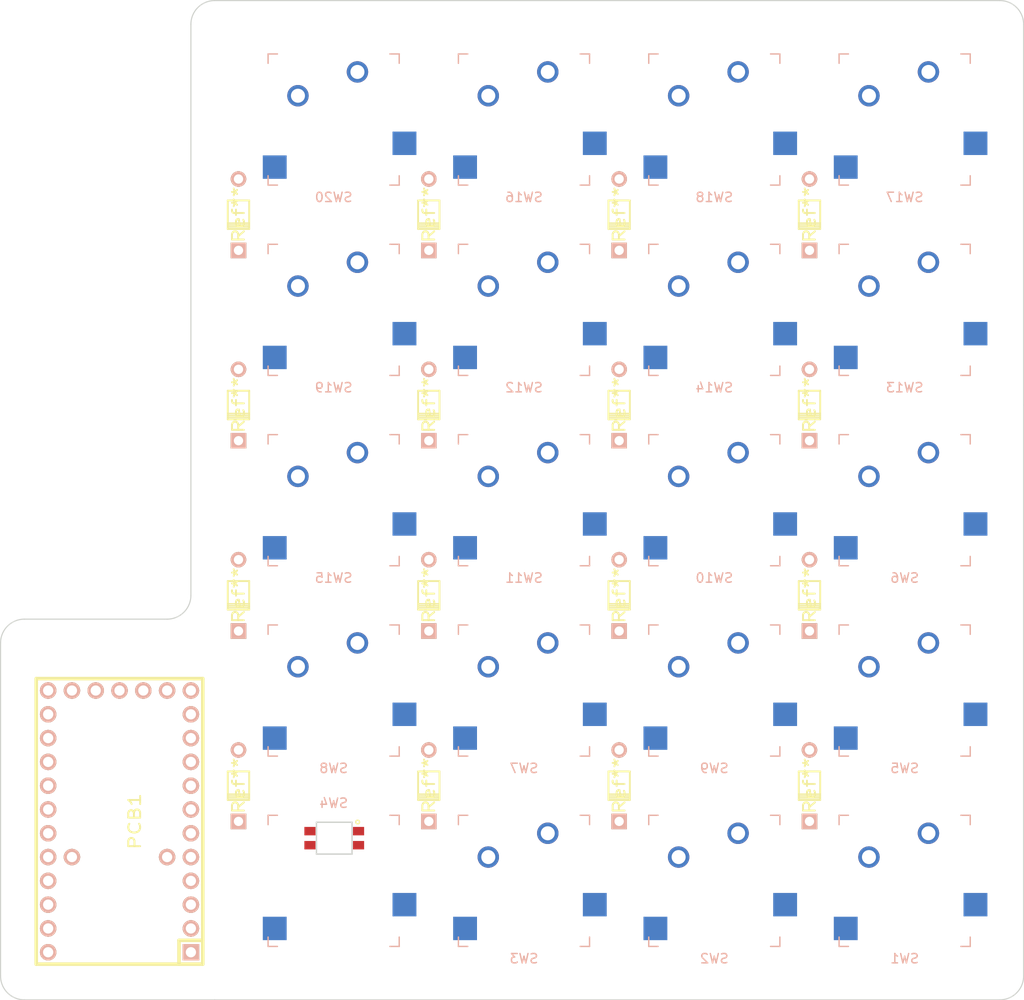
<source format=kicad_pcb>
(kicad_pcb (version 20171130) (host pcbnew "(5.0.2)-1")

  (general
    (thickness 1.6)
    (drawings 14)
    (tracks 0)
    (zones 0)
    (modules 38)
    (nets 41)
  )

  (page A4)
  (layers
    (0 F.Cu signal)
    (31 B.Cu signal)
    (32 B.Adhes user)
    (33 F.Adhes user)
    (34 B.Paste user)
    (35 F.Paste user)
    (36 B.SilkS user)
    (37 F.SilkS user)
    (38 B.Mask user)
    (39 F.Mask user)
    (40 Dwgs.User user)
    (41 Cmts.User user)
    (42 Eco1.User user)
    (43 Eco2.User user)
    (44 Edge.Cuts user)
    (45 Margin user)
    (46 B.CrtYd user)
    (47 F.CrtYd user)
    (48 B.Fab user)
    (49 F.Fab user)
  )

  (setup
    (last_trace_width 0.25)
    (trace_clearance 0.2)
    (zone_clearance 0.508)
    (zone_45_only no)
    (trace_min 0.2)
    (segment_width 0.2)
    (edge_width 0.05)
    (via_size 0.8)
    (via_drill 0.4)
    (via_min_size 0.4)
    (via_min_drill 0.3)
    (uvia_size 0.3)
    (uvia_drill 0.1)
    (uvias_allowed no)
    (uvia_min_size 0.2)
    (uvia_min_drill 0.1)
    (pcb_text_width 0.3)
    (pcb_text_size 1.5 1.5)
    (mod_edge_width 0.12)
    (mod_text_size 1 1)
    (mod_text_width 0.15)
    (pad_size 1.524 1.524)
    (pad_drill 0.762)
    (pad_to_mask_clearance 0.051)
    (solder_mask_min_width 0.25)
    (aux_axis_origin 0 0)
    (visible_elements 7FFFFFFF)
    (pcbplotparams
      (layerselection 0x010fc_ffffffff)
      (usegerberextensions false)
      (usegerberattributes false)
      (usegerberadvancedattributes false)
      (creategerberjobfile false)
      (excludeedgelayer true)
      (linewidth 0.100000)
      (plotframeref false)
      (viasonmask false)
      (mode 1)
      (useauxorigin false)
      (hpglpennumber 1)
      (hpglpenspeed 20)
      (hpglpendiameter 15.000000)
      (psnegative false)
      (psa4output false)
      (plotreference true)
      (plotvalue true)
      (plotinvisibletext false)
      (padsonsilk false)
      (subtractmaskfromsilk false)
      (outputformat 1)
      (mirror false)
      (drillshape 1)
      (scaleselection 1)
      (outputdirectory ""))
  )

  (net 0 "")
  (net 1 "Net-(SW1-Pad2)")
  (net 2 "Net-(D1-PadA)")
  (net 3 "Net-(D2-PadA)")
  (net 4 "Net-(SW2-Pad2)")
  (net 5 "Net-(SW3-Pad2)")
  (net 6 "Net-(D3-PadA)")
  (net 7 "Net-(D4-PadA)")
  (net 8 "Net-(SW4-Pad2)")
  (net 9 "Net-(SW5-Pad2)")
  (net 10 "Net-(D7-PadA)")
  (net 11 "Net-(D8-PadA)")
  (net 12 "Net-(SW6-Pad2)")
  (net 13 "Net-(SW7-Pad2)")
  (net 14 "Net-(D5-PadA)")
  (net 15 "Net-(D6-PadA)")
  (net 16 "Net-(SW8-Pad2)")
  (net 17 "Net-(SW9-Pad2)")
  (net 18 "Net-(D9-PadA)")
  (net 19 "Net-(D10-PadA)")
  (net 20 "Net-(SW10-Pad2)")
  (net 21 "Net-(SW11-Pad2)")
  (net 22 "Net-(D11-PadA)")
  (net 23 "Net-(D12-PadA)")
  (net 24 "Net-(SW12-Pad2)")
  (net 25 "Net-(SW13-Pad2)")
  (net 26 "Net-(D13-PadA)")
  (net 27 "Net-(D14-PadA)")
  (net 28 "Net-(SW14-Pad2)")
  (net 29 "Net-(D15-PadA)")
  (net 30 "Net-(SW15-Pad2)")
  (net 31 "Net-(SW16-Pad2)")
  (net 32 "Net-(D16-PadA)")
  (net 33 "Net-(D17-PadA)")
  (net 34 "Net-(SW17-Pad2)")
  (net 35 "Net-(SW18-Pad2)")
  (net 36 "Net-(D18-PadA)")
  (net 37 "Net-(D19-PadA)")
  (net 38 "Net-(SW19-Pad2)")
  (net 39 "Net-(SW20-Pad2)")
  (net 40 "Net-(D20-PadA)")

  (net_class Default "This is the default net class."
    (clearance 0.2)
    (trace_width 0.25)
    (via_dia 0.8)
    (via_drill 0.4)
    (uvia_dia 0.3)
    (uvia_drill 0.1)
    (add_net "Net-(D1-PadA)")
    (add_net "Net-(D10-PadA)")
    (add_net "Net-(D11-PadA)")
    (add_net "Net-(D12-PadA)")
    (add_net "Net-(D13-PadA)")
    (add_net "Net-(D14-PadA)")
    (add_net "Net-(D15-PadA)")
    (add_net "Net-(D16-PadA)")
    (add_net "Net-(D17-PadA)")
    (add_net "Net-(D18-PadA)")
    (add_net "Net-(D19-PadA)")
    (add_net "Net-(D2-PadA)")
    (add_net "Net-(D20-PadA)")
    (add_net "Net-(D3-PadA)")
    (add_net "Net-(D4-PadA)")
    (add_net "Net-(D5-PadA)")
    (add_net "Net-(D6-PadA)")
    (add_net "Net-(D7-PadA)")
    (add_net "Net-(D8-PadA)")
    (add_net "Net-(D9-PadA)")
    (add_net "Net-(SW1-Pad2)")
    (add_net "Net-(SW10-Pad2)")
    (add_net "Net-(SW11-Pad2)")
    (add_net "Net-(SW12-Pad2)")
    (add_net "Net-(SW13-Pad2)")
    (add_net "Net-(SW14-Pad2)")
    (add_net "Net-(SW15-Pad2)")
    (add_net "Net-(SW16-Pad2)")
    (add_net "Net-(SW17-Pad2)")
    (add_net "Net-(SW18-Pad2)")
    (add_net "Net-(SW19-Pad2)")
    (add_net "Net-(SW2-Pad2)")
    (add_net "Net-(SW20-Pad2)")
    (add_net "Net-(SW3-Pad2)")
    (add_net "Net-(SW4-Pad2)")
    (add_net "Net-(SW5-Pad2)")
    (add_net "Net-(SW6-Pad2)")
    (add_net "Net-(SW7-Pad2)")
    (add_net "Net-(SW8-Pad2)")
    (add_net "Net-(SW9-Pad2)")
  )

  (net_class power ""
    (clearance 0.25)
    (trace_width 0.38)
    (via_dia 0.4)
    (via_drill 0.3)
    (uvia_dia 0.3)
    (uvia_drill 0.1)
  )

  (module keyswitches:Kailh_socket (layer F.Cu) (tedit 5ACB038C) (tstamp 5C90665B)
    (at 111.76 129.54 180)
    (descr "MX-style keyswitch with Kailh socket mount")
    (tags MX,cherry,gateron,kailh,pg1511,socket)
    (path /5C94920C)
    (fp_text reference SW4 (at 0 8.3 180) (layer B.SilkS)
      (effects (font (size 1 1) (thickness 0.15)) (justify mirror))
    )
    (fp_text value SW_MEC_5G_LED (at 0 -8.7 180) (layer F.Fab)
      (effects (font (size 1 1) (thickness 0.15)))
    )
    (fp_line (start -7.5 7.5) (end -7.5 -7.5) (layer Eco2.User) (width 0.15))
    (fp_line (start 7.5 7.5) (end -7.5 7.5) (layer Eco2.User) (width 0.15))
    (fp_line (start 7.5 -7.5) (end 7.5 7.5) (layer Eco2.User) (width 0.15))
    (fp_line (start -7.5 -7.5) (end 7.5 -7.5) (layer Eco2.User) (width 0.15))
    (fp_line (start -6.9 6.9) (end -6.9 -6.9) (layer Eco2.User) (width 0.15))
    (fp_line (start 6.9 -6.9) (end 6.9 6.9) (layer Eco2.User) (width 0.15))
    (fp_line (start 6.9 -6.9) (end -6.9 -6.9) (layer Eco2.User) (width 0.15))
    (fp_line (start -6.9 6.9) (end 6.9 6.9) (layer Eco2.User) (width 0.15))
    (fp_line (start 7 -7) (end 7 -6) (layer B.SilkS) (width 0.15))
    (fp_line (start 6 -7) (end 7 -7) (layer B.SilkS) (width 0.15))
    (fp_line (start 7 7) (end 6 7) (layer B.SilkS) (width 0.15))
    (fp_line (start 7 6) (end 7 7) (layer B.SilkS) (width 0.15))
    (fp_line (start -7 7) (end -7 6) (layer B.SilkS) (width 0.15))
    (fp_line (start -6 7) (end -7 7) (layer B.SilkS) (width 0.15))
    (fp_line (start -7 -7) (end -6 -7) (layer B.SilkS) (width 0.15))
    (fp_line (start -7 -6) (end -7 -7) (layer B.SilkS) (width 0.15))
    (pad 2 smd rect (at -7.56 -2.54 180) (size 2.55 2.5) (layers B.Cu B.Paste B.Mask)
      (net 8 "Net-(SW4-Pad2)"))
    (pad "" np_thru_hole circle (at -5.08 0 180) (size 1.7018 1.7018) (drill 1.7018) (layers *.Cu *.Mask))
    (pad "" np_thru_hole circle (at 5.08 0 180) (size 1.7018 1.7018) (drill 1.7018) (layers *.Cu *.Mask))
    (pad "" np_thru_hole circle (at 0 0 180) (size 3.9878 3.9878) (drill 3.9878) (layers *.Cu *.Mask))
    (pad "" np_thru_hole circle (at -3.81 -2.54 180) (size 3 3) (drill 3) (layers *.Cu *.Mask))
    (pad "" np_thru_hole circle (at 2.54 -5.08 180) (size 3 3) (drill 3) (layers *.Cu *.Mask))
    (pad 1 smd rect (at 6.29 -5.08 180) (size 2.55 2.5) (layers B.Cu B.Paste B.Mask)
      (net 7 "Net-(D4-PadA)"))
  )

  (module Keebio-Parts:Diode (layer F.Cu) (tedit 549B02AC) (tstamp 5C909311)
    (at 142.24 58.42 270)
    (fp_text reference Ref** (at 0 0 90) (layer F.SilkS)
      (effects (font (size 1.27 1.524) (thickness 0.2032)))
    )
    (fp_text value VAL** (at 0 0 270) (layer F.SilkS) hide
      (effects (font (size 1.27 1.524) (thickness 0.2032)))
    )
    (fp_line (start -1.524 1.143) (end -1.524 -1.143) (layer F.SilkS) (width 0.2032))
    (fp_line (start 1.524 1.143) (end -1.524 1.143) (layer F.SilkS) (width 0.2032))
    (fp_line (start 1.524 -1.143) (end 1.524 1.143) (layer F.SilkS) (width 0.2032))
    (fp_line (start -1.524 -1.143) (end 1.524 -1.143) (layer F.SilkS) (width 0.2032))
    (fp_line (start 1.3 1.1) (end 1.3 -1) (layer F.SilkS) (width 0.15))
    (fp_line (start 1.3 -1.1) (end 1.3 -1) (layer F.SilkS) (width 0.15))
    (fp_line (start 1.3 -1) (end 1.3 -1.1) (layer F.SilkS) (width 0.15))
    (fp_line (start 1.1 -1.1) (end 1.1 1.1) (layer F.SilkS) (width 0.15))
    (fp_line (start 0.9 1.1) (end 0.9 -1.1) (layer F.SilkS) (width 0.15))
    (pad 2 thru_hole rect (at 3.81 0 270) (size 1.651 1.651) (drill 0.9906) (layers *.Cu *.SilkS *.Mask))
    (pad 1 thru_hole circle (at -3.81 0 270) (size 1.651 1.651) (drill 0.9906) (layers *.Cu *.SilkS *.Mask))
  )

  (module Keebio-Parts:Diode (layer F.Cu) (tedit 549B02AC) (tstamp 5C909303)
    (at 121.92 58.42 270)
    (fp_text reference Ref** (at 0 0 270) (layer F.SilkS)
      (effects (font (size 1.27 1.524) (thickness 0.2032)))
    )
    (fp_text value VAL** (at 0 0 270) (layer F.SilkS) hide
      (effects (font (size 1.27 1.524) (thickness 0.2032)))
    )
    (fp_line (start -1.524 1.143) (end -1.524 -1.143) (layer F.SilkS) (width 0.2032))
    (fp_line (start 1.524 1.143) (end -1.524 1.143) (layer F.SilkS) (width 0.2032))
    (fp_line (start 1.524 -1.143) (end 1.524 1.143) (layer F.SilkS) (width 0.2032))
    (fp_line (start -1.524 -1.143) (end 1.524 -1.143) (layer F.SilkS) (width 0.2032))
    (fp_line (start 1.3 1.1) (end 1.3 -1) (layer F.SilkS) (width 0.15))
    (fp_line (start 1.3 -1.1) (end 1.3 -1) (layer F.SilkS) (width 0.15))
    (fp_line (start 1.3 -1) (end 1.3 -1.1) (layer F.SilkS) (width 0.15))
    (fp_line (start 1.1 -1.1) (end 1.1 1.1) (layer F.SilkS) (width 0.15))
    (fp_line (start 0.9 1.1) (end 0.9 -1.1) (layer F.SilkS) (width 0.15))
    (pad 2 thru_hole rect (at 3.81 0 270) (size 1.651 1.651) (drill 0.9906) (layers *.Cu *.SilkS *.Mask))
    (pad 1 thru_hole circle (at -3.81 0 270) (size 1.651 1.651) (drill 0.9906) (layers *.Cu *.SilkS *.Mask))
  )

  (module Keebio-Parts:Diode (layer F.Cu) (tedit 549B02AC) (tstamp 5C9092F5)
    (at 101.6 58.42 270)
    (fp_text reference Ref** (at 0 0 270) (layer F.SilkS)
      (effects (font (size 1.27 1.524) (thickness 0.2032)))
    )
    (fp_text value VAL** (at 0 0 270) (layer F.SilkS) hide
      (effects (font (size 1.27 1.524) (thickness 0.2032)))
    )
    (fp_line (start -1.524 1.143) (end -1.524 -1.143) (layer F.SilkS) (width 0.2032))
    (fp_line (start 1.524 1.143) (end -1.524 1.143) (layer F.SilkS) (width 0.2032))
    (fp_line (start 1.524 -1.143) (end 1.524 1.143) (layer F.SilkS) (width 0.2032))
    (fp_line (start -1.524 -1.143) (end 1.524 -1.143) (layer F.SilkS) (width 0.2032))
    (fp_line (start 1.3 1.1) (end 1.3 -1) (layer F.SilkS) (width 0.15))
    (fp_line (start 1.3 -1.1) (end 1.3 -1) (layer F.SilkS) (width 0.15))
    (fp_line (start 1.3 -1) (end 1.3 -1.1) (layer F.SilkS) (width 0.15))
    (fp_line (start 1.1 -1.1) (end 1.1 1.1) (layer F.SilkS) (width 0.15))
    (fp_line (start 0.9 1.1) (end 0.9 -1.1) (layer F.SilkS) (width 0.15))
    (pad 2 thru_hole rect (at 3.81 0 270) (size 1.651 1.651) (drill 0.9906) (layers *.Cu *.SilkS *.Mask))
    (pad 1 thru_hole circle (at -3.81 0 270) (size 1.651 1.651) (drill 0.9906) (layers *.Cu *.SilkS *.Mask))
  )

  (module Keebio-Parts:Diode (layer F.Cu) (tedit 549B02AC) (tstamp 5C9092E7)
    (at 162.56 58.42 270)
    (fp_text reference Ref** (at 0 0 270) (layer F.SilkS)
      (effects (font (size 1.27 1.524) (thickness 0.2032)))
    )
    (fp_text value VAL** (at 0 0 270) (layer F.SilkS) hide
      (effects (font (size 1.27 1.524) (thickness 0.2032)))
    )
    (fp_line (start -1.524 1.143) (end -1.524 -1.143) (layer F.SilkS) (width 0.2032))
    (fp_line (start 1.524 1.143) (end -1.524 1.143) (layer F.SilkS) (width 0.2032))
    (fp_line (start 1.524 -1.143) (end 1.524 1.143) (layer F.SilkS) (width 0.2032))
    (fp_line (start -1.524 -1.143) (end 1.524 -1.143) (layer F.SilkS) (width 0.2032))
    (fp_line (start 1.3 1.1) (end 1.3 -1) (layer F.SilkS) (width 0.15))
    (fp_line (start 1.3 -1.1) (end 1.3 -1) (layer F.SilkS) (width 0.15))
    (fp_line (start 1.3 -1) (end 1.3 -1.1) (layer F.SilkS) (width 0.15))
    (fp_line (start 1.1 -1.1) (end 1.1 1.1) (layer F.SilkS) (width 0.15))
    (fp_line (start 0.9 1.1) (end 0.9 -1.1) (layer F.SilkS) (width 0.15))
    (pad 2 thru_hole rect (at 3.81 0 270) (size 1.651 1.651) (drill 0.9906) (layers *.Cu *.SilkS *.Mask))
    (pad 1 thru_hole circle (at -3.81 0 270) (size 1.651 1.651) (drill 0.9906) (layers *.Cu *.SilkS *.Mask))
  )

  (module Keebio-Parts:Diode (layer F.Cu) (tedit 549B02AC) (tstamp 5C909311)
    (at 142.24 78.74 270)
    (fp_text reference Ref** (at 0 0 90) (layer F.SilkS)
      (effects (font (size 1.27 1.524) (thickness 0.2032)))
    )
    (fp_text value VAL** (at 0 0 270) (layer F.SilkS) hide
      (effects (font (size 1.27 1.524) (thickness 0.2032)))
    )
    (fp_line (start -1.524 1.143) (end -1.524 -1.143) (layer F.SilkS) (width 0.2032))
    (fp_line (start 1.524 1.143) (end -1.524 1.143) (layer F.SilkS) (width 0.2032))
    (fp_line (start 1.524 -1.143) (end 1.524 1.143) (layer F.SilkS) (width 0.2032))
    (fp_line (start -1.524 -1.143) (end 1.524 -1.143) (layer F.SilkS) (width 0.2032))
    (fp_line (start 1.3 1.1) (end 1.3 -1) (layer F.SilkS) (width 0.15))
    (fp_line (start 1.3 -1.1) (end 1.3 -1) (layer F.SilkS) (width 0.15))
    (fp_line (start 1.3 -1) (end 1.3 -1.1) (layer F.SilkS) (width 0.15))
    (fp_line (start 1.1 -1.1) (end 1.1 1.1) (layer F.SilkS) (width 0.15))
    (fp_line (start 0.9 1.1) (end 0.9 -1.1) (layer F.SilkS) (width 0.15))
    (pad 2 thru_hole rect (at 3.81 0 270) (size 1.651 1.651) (drill 0.9906) (layers *.Cu *.SilkS *.Mask))
    (pad 1 thru_hole circle (at -3.81 0 270) (size 1.651 1.651) (drill 0.9906) (layers *.Cu *.SilkS *.Mask))
  )

  (module Keebio-Parts:Diode (layer F.Cu) (tedit 549B02AC) (tstamp 5C909303)
    (at 121.92 78.74 270)
    (fp_text reference Ref** (at 0 0 270) (layer F.SilkS)
      (effects (font (size 1.27 1.524) (thickness 0.2032)))
    )
    (fp_text value VAL** (at 0 0 270) (layer F.SilkS) hide
      (effects (font (size 1.27 1.524) (thickness 0.2032)))
    )
    (fp_line (start -1.524 1.143) (end -1.524 -1.143) (layer F.SilkS) (width 0.2032))
    (fp_line (start 1.524 1.143) (end -1.524 1.143) (layer F.SilkS) (width 0.2032))
    (fp_line (start 1.524 -1.143) (end 1.524 1.143) (layer F.SilkS) (width 0.2032))
    (fp_line (start -1.524 -1.143) (end 1.524 -1.143) (layer F.SilkS) (width 0.2032))
    (fp_line (start 1.3 1.1) (end 1.3 -1) (layer F.SilkS) (width 0.15))
    (fp_line (start 1.3 -1.1) (end 1.3 -1) (layer F.SilkS) (width 0.15))
    (fp_line (start 1.3 -1) (end 1.3 -1.1) (layer F.SilkS) (width 0.15))
    (fp_line (start 1.1 -1.1) (end 1.1 1.1) (layer F.SilkS) (width 0.15))
    (fp_line (start 0.9 1.1) (end 0.9 -1.1) (layer F.SilkS) (width 0.15))
    (pad 2 thru_hole rect (at 3.81 0 270) (size 1.651 1.651) (drill 0.9906) (layers *.Cu *.SilkS *.Mask))
    (pad 1 thru_hole circle (at -3.81 0 270) (size 1.651 1.651) (drill 0.9906) (layers *.Cu *.SilkS *.Mask))
  )

  (module Keebio-Parts:Diode (layer F.Cu) (tedit 549B02AC) (tstamp 5C9092F5)
    (at 101.6 78.74 270)
    (fp_text reference Ref** (at 0 0 270) (layer F.SilkS)
      (effects (font (size 1.27 1.524) (thickness 0.2032)))
    )
    (fp_text value VAL** (at 0 0 270) (layer F.SilkS) hide
      (effects (font (size 1.27 1.524) (thickness 0.2032)))
    )
    (fp_line (start -1.524 1.143) (end -1.524 -1.143) (layer F.SilkS) (width 0.2032))
    (fp_line (start 1.524 1.143) (end -1.524 1.143) (layer F.SilkS) (width 0.2032))
    (fp_line (start 1.524 -1.143) (end 1.524 1.143) (layer F.SilkS) (width 0.2032))
    (fp_line (start -1.524 -1.143) (end 1.524 -1.143) (layer F.SilkS) (width 0.2032))
    (fp_line (start 1.3 1.1) (end 1.3 -1) (layer F.SilkS) (width 0.15))
    (fp_line (start 1.3 -1.1) (end 1.3 -1) (layer F.SilkS) (width 0.15))
    (fp_line (start 1.3 -1) (end 1.3 -1.1) (layer F.SilkS) (width 0.15))
    (fp_line (start 1.1 -1.1) (end 1.1 1.1) (layer F.SilkS) (width 0.15))
    (fp_line (start 0.9 1.1) (end 0.9 -1.1) (layer F.SilkS) (width 0.15))
    (pad 2 thru_hole rect (at 3.81 0 270) (size 1.651 1.651) (drill 0.9906) (layers *.Cu *.SilkS *.Mask))
    (pad 1 thru_hole circle (at -3.81 0 270) (size 1.651 1.651) (drill 0.9906) (layers *.Cu *.SilkS *.Mask))
  )

  (module Keebio-Parts:Diode (layer F.Cu) (tedit 549B02AC) (tstamp 5C9092E7)
    (at 162.56 78.74 270)
    (fp_text reference Ref** (at 0 0 270) (layer F.SilkS)
      (effects (font (size 1.27 1.524) (thickness 0.2032)))
    )
    (fp_text value VAL** (at 0 0 270) (layer F.SilkS) hide
      (effects (font (size 1.27 1.524) (thickness 0.2032)))
    )
    (fp_line (start -1.524 1.143) (end -1.524 -1.143) (layer F.SilkS) (width 0.2032))
    (fp_line (start 1.524 1.143) (end -1.524 1.143) (layer F.SilkS) (width 0.2032))
    (fp_line (start 1.524 -1.143) (end 1.524 1.143) (layer F.SilkS) (width 0.2032))
    (fp_line (start -1.524 -1.143) (end 1.524 -1.143) (layer F.SilkS) (width 0.2032))
    (fp_line (start 1.3 1.1) (end 1.3 -1) (layer F.SilkS) (width 0.15))
    (fp_line (start 1.3 -1.1) (end 1.3 -1) (layer F.SilkS) (width 0.15))
    (fp_line (start 1.3 -1) (end 1.3 -1.1) (layer F.SilkS) (width 0.15))
    (fp_line (start 1.1 -1.1) (end 1.1 1.1) (layer F.SilkS) (width 0.15))
    (fp_line (start 0.9 1.1) (end 0.9 -1.1) (layer F.SilkS) (width 0.15))
    (pad 2 thru_hole rect (at 3.81 0 270) (size 1.651 1.651) (drill 0.9906) (layers *.Cu *.SilkS *.Mask))
    (pad 1 thru_hole circle (at -3.81 0 270) (size 1.651 1.651) (drill 0.9906) (layers *.Cu *.SilkS *.Mask))
  )

  (module Keebio-Parts:Diode (layer F.Cu) (tedit 549B02AC) (tstamp 5C909311)
    (at 142.24 99.06 270)
    (fp_text reference Ref** (at 0 0 90) (layer F.SilkS)
      (effects (font (size 1.27 1.524) (thickness 0.2032)))
    )
    (fp_text value VAL** (at 0 0 270) (layer F.SilkS) hide
      (effects (font (size 1.27 1.524) (thickness 0.2032)))
    )
    (fp_line (start -1.524 1.143) (end -1.524 -1.143) (layer F.SilkS) (width 0.2032))
    (fp_line (start 1.524 1.143) (end -1.524 1.143) (layer F.SilkS) (width 0.2032))
    (fp_line (start 1.524 -1.143) (end 1.524 1.143) (layer F.SilkS) (width 0.2032))
    (fp_line (start -1.524 -1.143) (end 1.524 -1.143) (layer F.SilkS) (width 0.2032))
    (fp_line (start 1.3 1.1) (end 1.3 -1) (layer F.SilkS) (width 0.15))
    (fp_line (start 1.3 -1.1) (end 1.3 -1) (layer F.SilkS) (width 0.15))
    (fp_line (start 1.3 -1) (end 1.3 -1.1) (layer F.SilkS) (width 0.15))
    (fp_line (start 1.1 -1.1) (end 1.1 1.1) (layer F.SilkS) (width 0.15))
    (fp_line (start 0.9 1.1) (end 0.9 -1.1) (layer F.SilkS) (width 0.15))
    (pad 2 thru_hole rect (at 3.81 0 270) (size 1.651 1.651) (drill 0.9906) (layers *.Cu *.SilkS *.Mask))
    (pad 1 thru_hole circle (at -3.81 0 270) (size 1.651 1.651) (drill 0.9906) (layers *.Cu *.SilkS *.Mask))
  )

  (module Keebio-Parts:Diode (layer F.Cu) (tedit 549B02AC) (tstamp 5C909303)
    (at 121.92 99.06 270)
    (fp_text reference Ref** (at 0 0 270) (layer F.SilkS)
      (effects (font (size 1.27 1.524) (thickness 0.2032)))
    )
    (fp_text value VAL** (at 0 0 270) (layer F.SilkS) hide
      (effects (font (size 1.27 1.524) (thickness 0.2032)))
    )
    (fp_line (start -1.524 1.143) (end -1.524 -1.143) (layer F.SilkS) (width 0.2032))
    (fp_line (start 1.524 1.143) (end -1.524 1.143) (layer F.SilkS) (width 0.2032))
    (fp_line (start 1.524 -1.143) (end 1.524 1.143) (layer F.SilkS) (width 0.2032))
    (fp_line (start -1.524 -1.143) (end 1.524 -1.143) (layer F.SilkS) (width 0.2032))
    (fp_line (start 1.3 1.1) (end 1.3 -1) (layer F.SilkS) (width 0.15))
    (fp_line (start 1.3 -1.1) (end 1.3 -1) (layer F.SilkS) (width 0.15))
    (fp_line (start 1.3 -1) (end 1.3 -1.1) (layer F.SilkS) (width 0.15))
    (fp_line (start 1.1 -1.1) (end 1.1 1.1) (layer F.SilkS) (width 0.15))
    (fp_line (start 0.9 1.1) (end 0.9 -1.1) (layer F.SilkS) (width 0.15))
    (pad 2 thru_hole rect (at 3.81 0 270) (size 1.651 1.651) (drill 0.9906) (layers *.Cu *.SilkS *.Mask))
    (pad 1 thru_hole circle (at -3.81 0 270) (size 1.651 1.651) (drill 0.9906) (layers *.Cu *.SilkS *.Mask))
  )

  (module Keebio-Parts:Diode (layer F.Cu) (tedit 549B02AC) (tstamp 5C9092F5)
    (at 101.6 99.06 270)
    (fp_text reference Ref** (at 0 0 270) (layer F.SilkS)
      (effects (font (size 1.27 1.524) (thickness 0.2032)))
    )
    (fp_text value VAL** (at 0 0 270) (layer F.SilkS) hide
      (effects (font (size 1.27 1.524) (thickness 0.2032)))
    )
    (fp_line (start -1.524 1.143) (end -1.524 -1.143) (layer F.SilkS) (width 0.2032))
    (fp_line (start 1.524 1.143) (end -1.524 1.143) (layer F.SilkS) (width 0.2032))
    (fp_line (start 1.524 -1.143) (end 1.524 1.143) (layer F.SilkS) (width 0.2032))
    (fp_line (start -1.524 -1.143) (end 1.524 -1.143) (layer F.SilkS) (width 0.2032))
    (fp_line (start 1.3 1.1) (end 1.3 -1) (layer F.SilkS) (width 0.15))
    (fp_line (start 1.3 -1.1) (end 1.3 -1) (layer F.SilkS) (width 0.15))
    (fp_line (start 1.3 -1) (end 1.3 -1.1) (layer F.SilkS) (width 0.15))
    (fp_line (start 1.1 -1.1) (end 1.1 1.1) (layer F.SilkS) (width 0.15))
    (fp_line (start 0.9 1.1) (end 0.9 -1.1) (layer F.SilkS) (width 0.15))
    (pad 2 thru_hole rect (at 3.81 0 270) (size 1.651 1.651) (drill 0.9906) (layers *.Cu *.SilkS *.Mask))
    (pad 1 thru_hole circle (at -3.81 0 270) (size 1.651 1.651) (drill 0.9906) (layers *.Cu *.SilkS *.Mask))
  )

  (module Keebio-Parts:Diode (layer F.Cu) (tedit 549B02AC) (tstamp 5C9092E7)
    (at 162.56 99.06 270)
    (fp_text reference Ref** (at 0 0 270) (layer F.SilkS)
      (effects (font (size 1.27 1.524) (thickness 0.2032)))
    )
    (fp_text value VAL** (at 0 0 270) (layer F.SilkS) hide
      (effects (font (size 1.27 1.524) (thickness 0.2032)))
    )
    (fp_line (start -1.524 1.143) (end -1.524 -1.143) (layer F.SilkS) (width 0.2032))
    (fp_line (start 1.524 1.143) (end -1.524 1.143) (layer F.SilkS) (width 0.2032))
    (fp_line (start 1.524 -1.143) (end 1.524 1.143) (layer F.SilkS) (width 0.2032))
    (fp_line (start -1.524 -1.143) (end 1.524 -1.143) (layer F.SilkS) (width 0.2032))
    (fp_line (start 1.3 1.1) (end 1.3 -1) (layer F.SilkS) (width 0.15))
    (fp_line (start 1.3 -1.1) (end 1.3 -1) (layer F.SilkS) (width 0.15))
    (fp_line (start 1.3 -1) (end 1.3 -1.1) (layer F.SilkS) (width 0.15))
    (fp_line (start 1.1 -1.1) (end 1.1 1.1) (layer F.SilkS) (width 0.15))
    (fp_line (start 0.9 1.1) (end 0.9 -1.1) (layer F.SilkS) (width 0.15))
    (pad 2 thru_hole rect (at 3.81 0 270) (size 1.651 1.651) (drill 0.9906) (layers *.Cu *.SilkS *.Mask))
    (pad 1 thru_hole circle (at -3.81 0 270) (size 1.651 1.651) (drill 0.9906) (layers *.Cu *.SilkS *.Mask))
  )

  (module Keebio-Parts:Diode (layer F.Cu) (tedit 549B02AC) (tstamp 5C9092E6)
    (at 101.6 119.38 270)
    (fp_text reference Ref** (at 0 0 270) (layer F.SilkS)
      (effects (font (size 1.27 1.524) (thickness 0.2032)))
    )
    (fp_text value VAL** (at 0 0 270) (layer F.SilkS) hide
      (effects (font (size 1.27 1.524) (thickness 0.2032)))
    )
    (fp_line (start -1.524 1.143) (end -1.524 -1.143) (layer F.SilkS) (width 0.2032))
    (fp_line (start 1.524 1.143) (end -1.524 1.143) (layer F.SilkS) (width 0.2032))
    (fp_line (start 1.524 -1.143) (end 1.524 1.143) (layer F.SilkS) (width 0.2032))
    (fp_line (start -1.524 -1.143) (end 1.524 -1.143) (layer F.SilkS) (width 0.2032))
    (fp_line (start 1.3 1.1) (end 1.3 -1) (layer F.SilkS) (width 0.15))
    (fp_line (start 1.3 -1.1) (end 1.3 -1) (layer F.SilkS) (width 0.15))
    (fp_line (start 1.3 -1) (end 1.3 -1.1) (layer F.SilkS) (width 0.15))
    (fp_line (start 1.1 -1.1) (end 1.1 1.1) (layer F.SilkS) (width 0.15))
    (fp_line (start 0.9 1.1) (end 0.9 -1.1) (layer F.SilkS) (width 0.15))
    (pad 2 thru_hole rect (at 3.81 0 270) (size 1.651 1.651) (drill 0.9906) (layers *.Cu *.SilkS *.Mask))
    (pad 1 thru_hole circle (at -3.81 0 270) (size 1.651 1.651) (drill 0.9906) (layers *.Cu *.SilkS *.Mask))
  )

  (module Keebio-Parts:Diode (layer F.Cu) (tedit 549B02AC) (tstamp 5C9092AD)
    (at 121.92 119.38 270)
    (fp_text reference Ref** (at 0 0 270) (layer F.SilkS)
      (effects (font (size 1.27 1.524) (thickness 0.2032)))
    )
    (fp_text value VAL** (at 0 0 270) (layer F.SilkS) hide
      (effects (font (size 1.27 1.524) (thickness 0.2032)))
    )
    (fp_line (start -1.524 1.143) (end -1.524 -1.143) (layer F.SilkS) (width 0.2032))
    (fp_line (start 1.524 1.143) (end -1.524 1.143) (layer F.SilkS) (width 0.2032))
    (fp_line (start 1.524 -1.143) (end 1.524 1.143) (layer F.SilkS) (width 0.2032))
    (fp_line (start -1.524 -1.143) (end 1.524 -1.143) (layer F.SilkS) (width 0.2032))
    (fp_line (start 1.3 1.1) (end 1.3 -1) (layer F.SilkS) (width 0.15))
    (fp_line (start 1.3 -1.1) (end 1.3 -1) (layer F.SilkS) (width 0.15))
    (fp_line (start 1.3 -1) (end 1.3 -1.1) (layer F.SilkS) (width 0.15))
    (fp_line (start 1.1 -1.1) (end 1.1 1.1) (layer F.SilkS) (width 0.15))
    (fp_line (start 0.9 1.1) (end 0.9 -1.1) (layer F.SilkS) (width 0.15))
    (pad 2 thru_hole rect (at 3.81 0 270) (size 1.651 1.651) (drill 0.9906) (layers *.Cu *.SilkS *.Mask))
    (pad 1 thru_hole circle (at -3.81 0 270) (size 1.651 1.651) (drill 0.9906) (layers *.Cu *.SilkS *.Mask))
  )

  (module Keebio-Parts:Diode (layer F.Cu) (tedit 549B02AC) (tstamp 5C909208)
    (at 142.24 119.38 270)
    (fp_text reference Ref** (at 0 0 90) (layer F.SilkS)
      (effects (font (size 1.27 1.524) (thickness 0.2032)))
    )
    (fp_text value VAL** (at 0 0 270) (layer F.SilkS) hide
      (effects (font (size 1.27 1.524) (thickness 0.2032)))
    )
    (fp_line (start -1.524 1.143) (end -1.524 -1.143) (layer F.SilkS) (width 0.2032))
    (fp_line (start 1.524 1.143) (end -1.524 1.143) (layer F.SilkS) (width 0.2032))
    (fp_line (start 1.524 -1.143) (end 1.524 1.143) (layer F.SilkS) (width 0.2032))
    (fp_line (start -1.524 -1.143) (end 1.524 -1.143) (layer F.SilkS) (width 0.2032))
    (fp_line (start 1.3 1.1) (end 1.3 -1) (layer F.SilkS) (width 0.15))
    (fp_line (start 1.3 -1.1) (end 1.3 -1) (layer F.SilkS) (width 0.15))
    (fp_line (start 1.3 -1) (end 1.3 -1.1) (layer F.SilkS) (width 0.15))
    (fp_line (start 1.1 -1.1) (end 1.1 1.1) (layer F.SilkS) (width 0.15))
    (fp_line (start 0.9 1.1) (end 0.9 -1.1) (layer F.SilkS) (width 0.15))
    (pad 2 thru_hole rect (at 3.81 0 270) (size 1.651 1.651) (drill 0.9906) (layers *.Cu *.SilkS *.Mask))
    (pad 1 thru_hole circle (at -3.81 0 270) (size 1.651 1.651) (drill 0.9906) (layers *.Cu *.SilkS *.Mask))
  )

  (module Keebio-Parts:Diode (layer F.Cu) (tedit 549B02AC) (tstamp 5C9091CF)
    (at 162.56 119.38 270)
    (fp_text reference Ref** (at 0 0 270) (layer F.SilkS)
      (effects (font (size 1.27 1.524) (thickness 0.2032)))
    )
    (fp_text value VAL** (at 0 0 270) (layer F.SilkS) hide
      (effects (font (size 1.27 1.524) (thickness 0.2032)))
    )
    (fp_line (start -1.524 1.143) (end -1.524 -1.143) (layer F.SilkS) (width 0.2032))
    (fp_line (start 1.524 1.143) (end -1.524 1.143) (layer F.SilkS) (width 0.2032))
    (fp_line (start 1.524 -1.143) (end 1.524 1.143) (layer F.SilkS) (width 0.2032))
    (fp_line (start -1.524 -1.143) (end 1.524 -1.143) (layer F.SilkS) (width 0.2032))
    (fp_line (start 1.3 1.1) (end 1.3 -1) (layer F.SilkS) (width 0.15))
    (fp_line (start 1.3 -1.1) (end 1.3 -1) (layer F.SilkS) (width 0.15))
    (fp_line (start 1.3 -1) (end 1.3 -1.1) (layer F.SilkS) (width 0.15))
    (fp_line (start 1.1 -1.1) (end 1.1 1.1) (layer F.SilkS) (width 0.15))
    (fp_line (start 0.9 1.1) (end 0.9 -1.1) (layer F.SilkS) (width 0.15))
    (pad 2 thru_hole rect (at 3.81 0 270) (size 1.651 1.651) (drill 0.9906) (layers *.Cu *.SilkS *.Mask))
    (pad 1 thru_hole circle (at -3.81 0 270) (size 1.651 1.651) (drill 0.9906) (layers *.Cu *.SilkS *.Mask))
  )

  (module Keebio-Parts:Teensy_2.0 (layer F.Cu) (tedit 549AEE1E) (tstamp 5C9065E7)
    (at 88.9 123.19 90)
    (path /5C9E7F78)
    (fp_text reference PCB1 (at 0 1.625 90) (layer F.SilkS)
      (effects (font (size 1.27 1.524) (thickness 0.2032)))
    )
    (fp_text value ARDUINO_MICRO (at 0 0 90) (layer F.SilkS) hide
      (effects (font (size 1.27 1.524) (thickness 0.2032)))
    )
    (fp_line (start -12.7 6.35) (end -12.7 8.89) (layer F.SilkS) (width 0.381))
    (fp_line (start -15.24 6.35) (end -12.7 6.35) (layer F.SilkS) (width 0.381))
    (fp_line (start 15.24 -8.89) (end -15.24 -8.89) (layer F.SilkS) (width 0.381))
    (fp_line (start 15.24 8.89) (end 15.24 -8.89) (layer F.SilkS) (width 0.381))
    (fp_line (start -15.24 8.89) (end 15.24 8.89) (layer F.SilkS) (width 0.381))
    (fp_line (start -15.24 -8.89) (end -15.24 8.89) (layer F.SilkS) (width 0.381))
    (pad 31 thru_hole circle (at -3.81 5.08) (size 1.7526 1.7526) (drill 1.0922) (layers *.Cu *.SilkS *.Mask))
    (pad 30 thru_hole circle (at -3.81 -5.08) (size 1.7526 1.7526) (drill 1.0922) (layers *.Cu *.SilkS *.Mask))
    (pad 29 thru_hole circle (at -13.97 -7.62 90) (size 1.7526 1.7526) (drill 1.0922) (layers *.Cu *.SilkS *.Mask))
    (pad 28 thru_hole circle (at -11.43 -7.62 90) (size 1.7526 1.7526) (drill 1.0922) (layers *.Cu *.SilkS *.Mask))
    (pad 27 thru_hole circle (at -8.89 -7.62 90) (size 1.7526 1.7526) (drill 1.0922) (layers *.Cu *.SilkS *.Mask))
    (pad 26 thru_hole circle (at -6.35 -7.62 90) (size 1.7526 1.7526) (drill 1.0922) (layers *.Cu *.SilkS *.Mask))
    (pad 25 thru_hole circle (at -3.81 -7.62 90) (size 1.7526 1.7526) (drill 1.0922) (layers *.Cu *.SilkS *.Mask))
    (pad 24 thru_hole circle (at -1.27 -7.62 90) (size 1.7526 1.7526) (drill 1.0922) (layers *.Cu *.SilkS *.Mask))
    (pad 23 thru_hole circle (at 1.27 -7.62 90) (size 1.7526 1.7526) (drill 1.0922) (layers *.Cu *.SilkS *.Mask))
    (pad 22 thru_hole circle (at 3.81 -7.62 90) (size 1.7526 1.7526) (drill 1.0922) (layers *.Cu *.SilkS *.Mask))
    (pad 21 thru_hole circle (at 6.35 -7.62 90) (size 1.7526 1.7526) (drill 1.0922) (layers *.Cu *.SilkS *.Mask))
    (pad 20 thru_hole circle (at 8.89 -7.62 90) (size 1.7526 1.7526) (drill 1.0922) (layers *.Cu *.SilkS *.Mask))
    (pad 19 thru_hole circle (at 11.43 -7.62 90) (size 1.7526 1.7526) (drill 1.0922) (layers *.Cu *.SilkS *.Mask))
    (pad 18 thru_hole circle (at 13.97 -7.62 90) (size 1.7526 1.7526) (drill 1.0922) (layers *.Cu *.SilkS *.Mask))
    (pad 17 thru_hole circle (at 13.97 -5.08) (size 1.7526 1.7526) (drill 1.0922) (layers *.Cu *.SilkS *.Mask))
    (pad 16 thru_hole circle (at 13.97 -2.54) (size 1.7526 1.7526) (drill 1.0922) (layers *.Cu *.SilkS *.Mask))
    (pad 15 thru_hole circle (at 13.97 0) (size 1.7526 1.7526) (drill 1.0922) (layers *.Cu *.SilkS *.Mask))
    (pad 14 thru_hole circle (at 13.97 2.54) (size 1.7526 1.7526) (drill 1.0922) (layers *.Cu *.SilkS *.Mask))
    (pad 13 thru_hole circle (at 13.97 5.08) (size 1.7526 1.7526) (drill 1.0922) (layers *.Cu *.SilkS *.Mask))
    (pad 12 thru_hole circle (at 13.97 7.62 90) (size 1.7526 1.7526) (drill 1.0922) (layers *.Cu *.SilkS *.Mask))
    (pad 11 thru_hole circle (at 11.43 7.62 90) (size 1.7526 1.7526) (drill 1.0922) (layers *.Cu *.SilkS *.Mask))
    (pad 10 thru_hole circle (at 8.89 7.62 90) (size 1.7526 1.7526) (drill 1.0922) (layers *.Cu *.SilkS *.Mask))
    (pad 9 thru_hole circle (at 6.35 7.62 90) (size 1.7526 1.7526) (drill 1.0922) (layers *.Cu *.SilkS *.Mask))
    (pad 8 thru_hole circle (at 3.81 7.62 90) (size 1.7526 1.7526) (drill 1.0922) (layers *.Cu *.SilkS *.Mask))
    (pad 7 thru_hole circle (at 1.27 7.62 90) (size 1.7526 1.7526) (drill 1.0922) (layers *.Cu *.SilkS *.Mask))
    (pad 6 thru_hole circle (at -1.27 7.62 90) (size 1.7526 1.7526) (drill 1.0922) (layers *.Cu *.SilkS *.Mask))
    (pad 5 thru_hole circle (at -3.81 7.62 90) (size 1.7526 1.7526) (drill 1.0922) (layers *.Cu *.SilkS *.Mask))
    (pad 4 thru_hole circle (at -6.35 7.62 90) (size 1.7526 1.7526) (drill 1.0922) (layers *.Cu *.SilkS *.Mask))
    (pad 3 thru_hole circle (at -8.89 7.62 90) (size 1.7526 1.7526) (drill 1.0922) (layers *.Cu *.SilkS *.Mask))
    (pad 2 thru_hole circle (at -11.43 7.62 90) (size 1.7526 1.7526) (drill 1.0922) (layers *.Cu *.SilkS *.Mask))
    (pad 1 thru_hole rect (at -13.97 7.62 90) (size 1.7526 1.7526) (drill 1.0922) (layers *.Cu *.SilkS *.Mask))
  )

  (module keyswitches:Kailh_socket_optional (layer F.Cu) (tedit 5ACB039F) (tstamp 5C906604)
    (at 172.72 129.54)
    (descr "MX-style keyswitch with support for optional Kailh socket")
    (tags MX,cherry,gateron,kailh,pg1511,socket)
    (path /5C9465DE)
    (fp_text reference SW1 (at 0 8.3) (layer B.SilkS)
      (effects (font (size 1 1) (thickness 0.15)) (justify mirror))
    )
    (fp_text value SW_MEC_5G_LED (at 0 -8.7) (layer F.Fab)
      (effects (font (size 1 1) (thickness 0.15)))
    )
    (fp_line (start -7.5 7.5) (end -7.5 -7.5) (layer Eco2.User) (width 0.15))
    (fp_line (start 7.5 7.5) (end -7.5 7.5) (layer Eco2.User) (width 0.15))
    (fp_line (start 7.5 -7.5) (end 7.5 7.5) (layer Eco2.User) (width 0.15))
    (fp_line (start -7.5 -7.5) (end 7.5 -7.5) (layer Eco2.User) (width 0.15))
    (fp_line (start -6.9 6.9) (end -6.9 -6.9) (layer Eco2.User) (width 0.15))
    (fp_line (start 6.9 -6.9) (end 6.9 6.9) (layer Eco2.User) (width 0.15))
    (fp_line (start 6.9 -6.9) (end -6.9 -6.9) (layer Eco2.User) (width 0.15))
    (fp_line (start -6.9 6.9) (end 6.9 6.9) (layer Eco2.User) (width 0.15))
    (fp_line (start 7 -7) (end 7 -6) (layer B.SilkS) (width 0.15))
    (fp_line (start 6 -7) (end 7 -7) (layer B.SilkS) (width 0.15))
    (fp_line (start 7 7) (end 6 7) (layer B.SilkS) (width 0.15))
    (fp_line (start 7 6) (end 7 7) (layer B.SilkS) (width 0.15))
    (fp_line (start -7 7) (end -7 6) (layer B.SilkS) (width 0.15))
    (fp_line (start -6 7) (end -7 7) (layer B.SilkS) (width 0.15))
    (fp_line (start -7 -7) (end -6 -7) (layer B.SilkS) (width 0.15))
    (fp_line (start -7 -6) (end -7 -7) (layer B.SilkS) (width 0.15))
    (pad 2 smd rect (at 7.56 2.54) (size 2.55 2.5) (layers B.Cu B.Paste B.Mask)
      (net 1 "Net-(SW1-Pad2)"))
    (pad "" np_thru_hole circle (at -5.08 0) (size 1.7018 1.7018) (drill 1.7018) (layers *.Cu *.Mask))
    (pad "" np_thru_hole circle (at 5.08 0) (size 1.7018 1.7018) (drill 1.7018) (layers *.Cu *.Mask))
    (pad 2 thru_hole circle (at -3.81 -2.54) (size 2.286 2.286) (drill 1.4986) (layers *.Cu *.Mask)
      (net 1 "Net-(SW1-Pad2)"))
    (pad "" np_thru_hole circle (at 0 0) (size 3.9878 3.9878) (drill 3.9878) (layers *.Cu *.Mask))
    (pad 1 thru_hole circle (at 2.54 -5.08) (size 2.286 2.286) (drill 1.4986) (layers *.Cu *.Mask)
      (net 2 "Net-(D1-PadA)"))
    (pad "" np_thru_hole circle (at 3.81 2.54) (size 3 3) (drill 3) (layers *.Cu *.Mask))
    (pad "" np_thru_hole circle (at -2.54 5.08) (size 3 3) (drill 3) (layers *.Cu *.Mask))
    (pad 1 smd rect (at -6.29 5.08) (size 2.55 2.5) (layers B.Cu B.Paste B.Mask)
      (net 2 "Net-(D1-PadA)"))
  )

  (module keyswitches:Kailh_socket_optional (layer F.Cu) (tedit 5ACB039F) (tstamp 5C906621)
    (at 152.4 129.54)
    (descr "MX-style keyswitch with support for optional Kailh socket")
    (tags MX,cherry,gateron,kailh,pg1511,socket)
    (path /5C948453)
    (fp_text reference SW2 (at 0 8.3) (layer B.SilkS)
      (effects (font (size 1 1) (thickness 0.15)) (justify mirror))
    )
    (fp_text value SW_MEC_5G_LED (at 0 -8.7) (layer F.Fab)
      (effects (font (size 1 1) (thickness 0.15)))
    )
    (fp_line (start -7.5 7.5) (end -7.5 -7.5) (layer Eco2.User) (width 0.15))
    (fp_line (start 7.5 7.5) (end -7.5 7.5) (layer Eco2.User) (width 0.15))
    (fp_line (start 7.5 -7.5) (end 7.5 7.5) (layer Eco2.User) (width 0.15))
    (fp_line (start -7.5 -7.5) (end 7.5 -7.5) (layer Eco2.User) (width 0.15))
    (fp_line (start -6.9 6.9) (end -6.9 -6.9) (layer Eco2.User) (width 0.15))
    (fp_line (start 6.9 -6.9) (end 6.9 6.9) (layer Eco2.User) (width 0.15))
    (fp_line (start 6.9 -6.9) (end -6.9 -6.9) (layer Eco2.User) (width 0.15))
    (fp_line (start -6.9 6.9) (end 6.9 6.9) (layer Eco2.User) (width 0.15))
    (fp_line (start 7 -7) (end 7 -6) (layer B.SilkS) (width 0.15))
    (fp_line (start 6 -7) (end 7 -7) (layer B.SilkS) (width 0.15))
    (fp_line (start 7 7) (end 6 7) (layer B.SilkS) (width 0.15))
    (fp_line (start 7 6) (end 7 7) (layer B.SilkS) (width 0.15))
    (fp_line (start -7 7) (end -7 6) (layer B.SilkS) (width 0.15))
    (fp_line (start -6 7) (end -7 7) (layer B.SilkS) (width 0.15))
    (fp_line (start -7 -7) (end -6 -7) (layer B.SilkS) (width 0.15))
    (fp_line (start -7 -6) (end -7 -7) (layer B.SilkS) (width 0.15))
    (pad 2 smd rect (at 7.56 2.54) (size 2.55 2.5) (layers B.Cu B.Paste B.Mask)
      (net 4 "Net-(SW2-Pad2)"))
    (pad "" np_thru_hole circle (at -5.08 0) (size 1.7018 1.7018) (drill 1.7018) (layers *.Cu *.Mask))
    (pad "" np_thru_hole circle (at 5.08 0) (size 1.7018 1.7018) (drill 1.7018) (layers *.Cu *.Mask))
    (pad 2 thru_hole circle (at -3.81 -2.54) (size 2.286 2.286) (drill 1.4986) (layers *.Cu *.Mask)
      (net 4 "Net-(SW2-Pad2)"))
    (pad "" np_thru_hole circle (at 0 0) (size 3.9878 3.9878) (drill 3.9878) (layers *.Cu *.Mask))
    (pad 1 thru_hole circle (at 2.54 -5.08) (size 2.286 2.286) (drill 1.4986) (layers *.Cu *.Mask)
      (net 3 "Net-(D2-PadA)"))
    (pad "" np_thru_hole circle (at 3.81 2.54) (size 3 3) (drill 3) (layers *.Cu *.Mask))
    (pad "" np_thru_hole circle (at -2.54 5.08) (size 3 3) (drill 3) (layers *.Cu *.Mask))
    (pad 1 smd rect (at -6.29 5.08) (size 2.55 2.5) (layers B.Cu B.Paste B.Mask)
      (net 3 "Net-(D2-PadA)"))
  )

  (module keyswitches:Kailh_socket_optional (layer F.Cu) (tedit 5ACB039F) (tstamp 5C90663E)
    (at 132.08 129.54)
    (descr "MX-style keyswitch with support for optional Kailh socket")
    (tags MX,cherry,gateron,kailh,pg1511,socket)
    (path /5C948C81)
    (fp_text reference SW3 (at 0 8.3) (layer B.SilkS)
      (effects (font (size 1 1) (thickness 0.15)) (justify mirror))
    )
    (fp_text value SW_MEC_5G_LED (at 0 -8.7) (layer F.Fab)
      (effects (font (size 1 1) (thickness 0.15)))
    )
    (fp_line (start -7.5 7.5) (end -7.5 -7.5) (layer Eco2.User) (width 0.15))
    (fp_line (start 7.5 7.5) (end -7.5 7.5) (layer Eco2.User) (width 0.15))
    (fp_line (start 7.5 -7.5) (end 7.5 7.5) (layer Eco2.User) (width 0.15))
    (fp_line (start -7.5 -7.5) (end 7.5 -7.5) (layer Eco2.User) (width 0.15))
    (fp_line (start -6.9 6.9) (end -6.9 -6.9) (layer Eco2.User) (width 0.15))
    (fp_line (start 6.9 -6.9) (end 6.9 6.9) (layer Eco2.User) (width 0.15))
    (fp_line (start 6.9 -6.9) (end -6.9 -6.9) (layer Eco2.User) (width 0.15))
    (fp_line (start -6.9 6.9) (end 6.9 6.9) (layer Eco2.User) (width 0.15))
    (fp_line (start 7 -7) (end 7 -6) (layer B.SilkS) (width 0.15))
    (fp_line (start 6 -7) (end 7 -7) (layer B.SilkS) (width 0.15))
    (fp_line (start 7 7) (end 6 7) (layer B.SilkS) (width 0.15))
    (fp_line (start 7 6) (end 7 7) (layer B.SilkS) (width 0.15))
    (fp_line (start -7 7) (end -7 6) (layer B.SilkS) (width 0.15))
    (fp_line (start -6 7) (end -7 7) (layer B.SilkS) (width 0.15))
    (fp_line (start -7 -7) (end -6 -7) (layer B.SilkS) (width 0.15))
    (fp_line (start -7 -6) (end -7 -7) (layer B.SilkS) (width 0.15))
    (pad 2 smd rect (at 7.56 2.54) (size 2.55 2.5) (layers B.Cu B.Paste B.Mask)
      (net 5 "Net-(SW3-Pad2)"))
    (pad "" np_thru_hole circle (at -5.08 0) (size 1.7018 1.7018) (drill 1.7018) (layers *.Cu *.Mask))
    (pad "" np_thru_hole circle (at 5.08 0) (size 1.7018 1.7018) (drill 1.7018) (layers *.Cu *.Mask))
    (pad 2 thru_hole circle (at -3.81 -2.54) (size 2.286 2.286) (drill 1.4986) (layers *.Cu *.Mask)
      (net 5 "Net-(SW3-Pad2)"))
    (pad "" np_thru_hole circle (at 0 0) (size 3.9878 3.9878) (drill 3.9878) (layers *.Cu *.Mask))
    (pad 1 thru_hole circle (at 2.54 -5.08) (size 2.286 2.286) (drill 1.4986) (layers *.Cu *.Mask)
      (net 6 "Net-(D3-PadA)"))
    (pad "" np_thru_hole circle (at 3.81 2.54) (size 3 3) (drill 3) (layers *.Cu *.Mask))
    (pad "" np_thru_hole circle (at -2.54 5.08) (size 3 3) (drill 3) (layers *.Cu *.Mask))
    (pad 1 smd rect (at -6.29 5.08) (size 2.55 2.5) (layers B.Cu B.Paste B.Mask)
      (net 6 "Net-(D3-PadA)"))
  )

  (module keyswitches:Kailh_socket_optional (layer F.Cu) (tedit 5ACB039F) (tstamp 5C906678)
    (at 172.72 109.22)
    (descr "MX-style keyswitch with support for optional Kailh socket")
    (tags MX,cherry,gateron,kailh,pg1511,socket)
    (path /5C94C642)
    (fp_text reference SW5 (at 0 8.3) (layer B.SilkS)
      (effects (font (size 1 1) (thickness 0.15)) (justify mirror))
    )
    (fp_text value SW_MEC_5G_LED (at 0 -8.7) (layer F.Fab)
      (effects (font (size 1 1) (thickness 0.15)))
    )
    (fp_line (start -7.5 7.5) (end -7.5 -7.5) (layer Eco2.User) (width 0.15))
    (fp_line (start 7.5 7.5) (end -7.5 7.5) (layer Eco2.User) (width 0.15))
    (fp_line (start 7.5 -7.5) (end 7.5 7.5) (layer Eco2.User) (width 0.15))
    (fp_line (start -7.5 -7.5) (end 7.5 -7.5) (layer Eco2.User) (width 0.15))
    (fp_line (start -6.9 6.9) (end -6.9 -6.9) (layer Eco2.User) (width 0.15))
    (fp_line (start 6.9 -6.9) (end 6.9 6.9) (layer Eco2.User) (width 0.15))
    (fp_line (start 6.9 -6.9) (end -6.9 -6.9) (layer Eco2.User) (width 0.15))
    (fp_line (start -6.9 6.9) (end 6.9 6.9) (layer Eco2.User) (width 0.15))
    (fp_line (start 7 -7) (end 7 -6) (layer B.SilkS) (width 0.15))
    (fp_line (start 6 -7) (end 7 -7) (layer B.SilkS) (width 0.15))
    (fp_line (start 7 7) (end 6 7) (layer B.SilkS) (width 0.15))
    (fp_line (start 7 6) (end 7 7) (layer B.SilkS) (width 0.15))
    (fp_line (start -7 7) (end -7 6) (layer B.SilkS) (width 0.15))
    (fp_line (start -6 7) (end -7 7) (layer B.SilkS) (width 0.15))
    (fp_line (start -7 -7) (end -6 -7) (layer B.SilkS) (width 0.15))
    (fp_line (start -7 -6) (end -7 -7) (layer B.SilkS) (width 0.15))
    (pad 2 smd rect (at 7.56 2.54) (size 2.55 2.5) (layers B.Cu B.Paste B.Mask)
      (net 9 "Net-(SW5-Pad2)"))
    (pad "" np_thru_hole circle (at -5.08 0) (size 1.7018 1.7018) (drill 1.7018) (layers *.Cu *.Mask))
    (pad "" np_thru_hole circle (at 5.08 0) (size 1.7018 1.7018) (drill 1.7018) (layers *.Cu *.Mask))
    (pad 2 thru_hole circle (at -3.81 -2.54) (size 2.286 2.286) (drill 1.4986) (layers *.Cu *.Mask)
      (net 9 "Net-(SW5-Pad2)"))
    (pad "" np_thru_hole circle (at 0 0) (size 3.9878 3.9878) (drill 3.9878) (layers *.Cu *.Mask))
    (pad 1 thru_hole circle (at 2.54 -5.08) (size 2.286 2.286) (drill 1.4986) (layers *.Cu *.Mask)
      (net 10 "Net-(D7-PadA)"))
    (pad "" np_thru_hole circle (at 3.81 2.54) (size 3 3) (drill 3) (layers *.Cu *.Mask))
    (pad "" np_thru_hole circle (at -2.54 5.08) (size 3 3) (drill 3) (layers *.Cu *.Mask))
    (pad 1 smd rect (at -6.29 5.08) (size 2.55 2.5) (layers B.Cu B.Paste B.Mask)
      (net 10 "Net-(D7-PadA)"))
  )

  (module keyswitches:Kailh_socket_optional (layer F.Cu) (tedit 5ACB039F) (tstamp 5C906695)
    (at 172.72 88.9)
    (descr "MX-style keyswitch with support for optional Kailh socket")
    (tags MX,cherry,gateron,kailh,pg1511,socket)
    (path /5C94C648)
    (fp_text reference SW6 (at 0 8.3) (layer B.SilkS)
      (effects (font (size 1 1) (thickness 0.15)) (justify mirror))
    )
    (fp_text value SW_MEC_5G_LED (at 0 -8.7) (layer F.Fab)
      (effects (font (size 1 1) (thickness 0.15)))
    )
    (fp_line (start -7.5 7.5) (end -7.5 -7.5) (layer Eco2.User) (width 0.15))
    (fp_line (start 7.5 7.5) (end -7.5 7.5) (layer Eco2.User) (width 0.15))
    (fp_line (start 7.5 -7.5) (end 7.5 7.5) (layer Eco2.User) (width 0.15))
    (fp_line (start -7.5 -7.5) (end 7.5 -7.5) (layer Eco2.User) (width 0.15))
    (fp_line (start -6.9 6.9) (end -6.9 -6.9) (layer Eco2.User) (width 0.15))
    (fp_line (start 6.9 -6.9) (end 6.9 6.9) (layer Eco2.User) (width 0.15))
    (fp_line (start 6.9 -6.9) (end -6.9 -6.9) (layer Eco2.User) (width 0.15))
    (fp_line (start -6.9 6.9) (end 6.9 6.9) (layer Eco2.User) (width 0.15))
    (fp_line (start 7 -7) (end 7 -6) (layer B.SilkS) (width 0.15))
    (fp_line (start 6 -7) (end 7 -7) (layer B.SilkS) (width 0.15))
    (fp_line (start 7 7) (end 6 7) (layer B.SilkS) (width 0.15))
    (fp_line (start 7 6) (end 7 7) (layer B.SilkS) (width 0.15))
    (fp_line (start -7 7) (end -7 6) (layer B.SilkS) (width 0.15))
    (fp_line (start -6 7) (end -7 7) (layer B.SilkS) (width 0.15))
    (fp_line (start -7 -7) (end -6 -7) (layer B.SilkS) (width 0.15))
    (fp_line (start -7 -6) (end -7 -7) (layer B.SilkS) (width 0.15))
    (pad 2 smd rect (at 7.56 2.54) (size 2.55 2.5) (layers B.Cu B.Paste B.Mask)
      (net 12 "Net-(SW6-Pad2)"))
    (pad "" np_thru_hole circle (at -5.08 0) (size 1.7018 1.7018) (drill 1.7018) (layers *.Cu *.Mask))
    (pad "" np_thru_hole circle (at 5.08 0) (size 1.7018 1.7018) (drill 1.7018) (layers *.Cu *.Mask))
    (pad 2 thru_hole circle (at -3.81 -2.54) (size 2.286 2.286) (drill 1.4986) (layers *.Cu *.Mask)
      (net 12 "Net-(SW6-Pad2)"))
    (pad "" np_thru_hole circle (at 0 0) (size 3.9878 3.9878) (drill 3.9878) (layers *.Cu *.Mask))
    (pad 1 thru_hole circle (at 2.54 -5.08) (size 2.286 2.286) (drill 1.4986) (layers *.Cu *.Mask)
      (net 11 "Net-(D8-PadA)"))
    (pad "" np_thru_hole circle (at 3.81 2.54) (size 3 3) (drill 3) (layers *.Cu *.Mask))
    (pad "" np_thru_hole circle (at -2.54 5.08) (size 3 3) (drill 3) (layers *.Cu *.Mask))
    (pad 1 smd rect (at -6.29 5.08) (size 2.55 2.5) (layers B.Cu B.Paste B.Mask)
      (net 11 "Net-(D8-PadA)"))
  )

  (module keyswitches:Kailh_socket_optional (layer F.Cu) (tedit 5ACB039F) (tstamp 5C9066B2)
    (at 132.08 109.22)
    (descr "MX-style keyswitch with support for optional Kailh socket")
    (tags MX,cherry,gateron,kailh,pg1511,socket)
    (path /5C94C636)
    (fp_text reference SW7 (at 0 8.3) (layer B.SilkS)
      (effects (font (size 1 1) (thickness 0.15)) (justify mirror))
    )
    (fp_text value SW_MEC_5G_LED (at 0 -8.7) (layer F.Fab)
      (effects (font (size 1 1) (thickness 0.15)))
    )
    (fp_line (start -7.5 7.5) (end -7.5 -7.5) (layer Eco2.User) (width 0.15))
    (fp_line (start 7.5 7.5) (end -7.5 7.5) (layer Eco2.User) (width 0.15))
    (fp_line (start 7.5 -7.5) (end 7.5 7.5) (layer Eco2.User) (width 0.15))
    (fp_line (start -7.5 -7.5) (end 7.5 -7.5) (layer Eco2.User) (width 0.15))
    (fp_line (start -6.9 6.9) (end -6.9 -6.9) (layer Eco2.User) (width 0.15))
    (fp_line (start 6.9 -6.9) (end 6.9 6.9) (layer Eco2.User) (width 0.15))
    (fp_line (start 6.9 -6.9) (end -6.9 -6.9) (layer Eco2.User) (width 0.15))
    (fp_line (start -6.9 6.9) (end 6.9 6.9) (layer Eco2.User) (width 0.15))
    (fp_line (start 7 -7) (end 7 -6) (layer B.SilkS) (width 0.15))
    (fp_line (start 6 -7) (end 7 -7) (layer B.SilkS) (width 0.15))
    (fp_line (start 7 7) (end 6 7) (layer B.SilkS) (width 0.15))
    (fp_line (start 7 6) (end 7 7) (layer B.SilkS) (width 0.15))
    (fp_line (start -7 7) (end -7 6) (layer B.SilkS) (width 0.15))
    (fp_line (start -6 7) (end -7 7) (layer B.SilkS) (width 0.15))
    (fp_line (start -7 -7) (end -6 -7) (layer B.SilkS) (width 0.15))
    (fp_line (start -7 -6) (end -7 -7) (layer B.SilkS) (width 0.15))
    (pad 2 smd rect (at 7.56 2.54) (size 2.55 2.5) (layers B.Cu B.Paste B.Mask)
      (net 13 "Net-(SW7-Pad2)"))
    (pad "" np_thru_hole circle (at -5.08 0) (size 1.7018 1.7018) (drill 1.7018) (layers *.Cu *.Mask))
    (pad "" np_thru_hole circle (at 5.08 0) (size 1.7018 1.7018) (drill 1.7018) (layers *.Cu *.Mask))
    (pad 2 thru_hole circle (at -3.81 -2.54) (size 2.286 2.286) (drill 1.4986) (layers *.Cu *.Mask)
      (net 13 "Net-(SW7-Pad2)"))
    (pad "" np_thru_hole circle (at 0 0) (size 3.9878 3.9878) (drill 3.9878) (layers *.Cu *.Mask))
    (pad 1 thru_hole circle (at 2.54 -5.08) (size 2.286 2.286) (drill 1.4986) (layers *.Cu *.Mask)
      (net 14 "Net-(D5-PadA)"))
    (pad "" np_thru_hole circle (at 3.81 2.54) (size 3 3) (drill 3) (layers *.Cu *.Mask))
    (pad "" np_thru_hole circle (at -2.54 5.08) (size 3 3) (drill 3) (layers *.Cu *.Mask))
    (pad 1 smd rect (at -6.29 5.08) (size 2.55 2.5) (layers B.Cu B.Paste B.Mask)
      (net 14 "Net-(D5-PadA)"))
  )

  (module keyswitches:Kailh_socket_optional (layer F.Cu) (tedit 5ACB039F) (tstamp 5C9066CF)
    (at 111.76 109.22)
    (descr "MX-style keyswitch with support for optional Kailh socket")
    (tags MX,cherry,gateron,kailh,pg1511,socket)
    (path /5C94C63C)
    (fp_text reference SW8 (at 0 8.3) (layer B.SilkS)
      (effects (font (size 1 1) (thickness 0.15)) (justify mirror))
    )
    (fp_text value SW_MEC_5G_LED (at 0 -8.7) (layer F.Fab)
      (effects (font (size 1 1) (thickness 0.15)))
    )
    (fp_line (start -7.5 7.5) (end -7.5 -7.5) (layer Eco2.User) (width 0.15))
    (fp_line (start 7.5 7.5) (end -7.5 7.5) (layer Eco2.User) (width 0.15))
    (fp_line (start 7.5 -7.5) (end 7.5 7.5) (layer Eco2.User) (width 0.15))
    (fp_line (start -7.5 -7.5) (end 7.5 -7.5) (layer Eco2.User) (width 0.15))
    (fp_line (start -6.9 6.9) (end -6.9 -6.9) (layer Eco2.User) (width 0.15))
    (fp_line (start 6.9 -6.9) (end 6.9 6.9) (layer Eco2.User) (width 0.15))
    (fp_line (start 6.9 -6.9) (end -6.9 -6.9) (layer Eco2.User) (width 0.15))
    (fp_line (start -6.9 6.9) (end 6.9 6.9) (layer Eco2.User) (width 0.15))
    (fp_line (start 7 -7) (end 7 -6) (layer B.SilkS) (width 0.15))
    (fp_line (start 6 -7) (end 7 -7) (layer B.SilkS) (width 0.15))
    (fp_line (start 7 7) (end 6 7) (layer B.SilkS) (width 0.15))
    (fp_line (start 7 6) (end 7 7) (layer B.SilkS) (width 0.15))
    (fp_line (start -7 7) (end -7 6) (layer B.SilkS) (width 0.15))
    (fp_line (start -6 7) (end -7 7) (layer B.SilkS) (width 0.15))
    (fp_line (start -7 -7) (end -6 -7) (layer B.SilkS) (width 0.15))
    (fp_line (start -7 -6) (end -7 -7) (layer B.SilkS) (width 0.15))
    (pad 2 smd rect (at 7.56 2.54) (size 2.55 2.5) (layers B.Cu B.Paste B.Mask)
      (net 16 "Net-(SW8-Pad2)"))
    (pad "" np_thru_hole circle (at -5.08 0) (size 1.7018 1.7018) (drill 1.7018) (layers *.Cu *.Mask))
    (pad "" np_thru_hole circle (at 5.08 0) (size 1.7018 1.7018) (drill 1.7018) (layers *.Cu *.Mask))
    (pad 2 thru_hole circle (at -3.81 -2.54) (size 2.286 2.286) (drill 1.4986) (layers *.Cu *.Mask)
      (net 16 "Net-(SW8-Pad2)"))
    (pad "" np_thru_hole circle (at 0 0) (size 3.9878 3.9878) (drill 3.9878) (layers *.Cu *.Mask))
    (pad 1 thru_hole circle (at 2.54 -5.08) (size 2.286 2.286) (drill 1.4986) (layers *.Cu *.Mask)
      (net 15 "Net-(D6-PadA)"))
    (pad "" np_thru_hole circle (at 3.81 2.54) (size 3 3) (drill 3) (layers *.Cu *.Mask))
    (pad "" np_thru_hole circle (at -2.54 5.08) (size 3 3) (drill 3) (layers *.Cu *.Mask))
    (pad 1 smd rect (at -6.29 5.08) (size 2.55 2.5) (layers B.Cu B.Paste B.Mask)
      (net 15 "Net-(D6-PadA)"))
  )

  (module keyswitches:Kailh_socket_optional (layer F.Cu) (tedit 5ACB039F) (tstamp 5C9066EC)
    (at 152.4 109.22)
    (descr "MX-style keyswitch with support for optional Kailh socket")
    (tags MX,cherry,gateron,kailh,pg1511,socket)
    (path /5C94E9EF)
    (fp_text reference SW9 (at 0 8.3) (layer B.SilkS)
      (effects (font (size 1 1) (thickness 0.15)) (justify mirror))
    )
    (fp_text value SW_MEC_5G_LED (at 0 -8.7) (layer F.Fab)
      (effects (font (size 1 1) (thickness 0.15)))
    )
    (fp_line (start -7.5 7.5) (end -7.5 -7.5) (layer Eco2.User) (width 0.15))
    (fp_line (start 7.5 7.5) (end -7.5 7.5) (layer Eco2.User) (width 0.15))
    (fp_line (start 7.5 -7.5) (end 7.5 7.5) (layer Eco2.User) (width 0.15))
    (fp_line (start -7.5 -7.5) (end 7.5 -7.5) (layer Eco2.User) (width 0.15))
    (fp_line (start -6.9 6.9) (end -6.9 -6.9) (layer Eco2.User) (width 0.15))
    (fp_line (start 6.9 -6.9) (end 6.9 6.9) (layer Eco2.User) (width 0.15))
    (fp_line (start 6.9 -6.9) (end -6.9 -6.9) (layer Eco2.User) (width 0.15))
    (fp_line (start -6.9 6.9) (end 6.9 6.9) (layer Eco2.User) (width 0.15))
    (fp_line (start 7 -7) (end 7 -6) (layer B.SilkS) (width 0.15))
    (fp_line (start 6 -7) (end 7 -7) (layer B.SilkS) (width 0.15))
    (fp_line (start 7 7) (end 6 7) (layer B.SilkS) (width 0.15))
    (fp_line (start 7 6) (end 7 7) (layer B.SilkS) (width 0.15))
    (fp_line (start -7 7) (end -7 6) (layer B.SilkS) (width 0.15))
    (fp_line (start -6 7) (end -7 7) (layer B.SilkS) (width 0.15))
    (fp_line (start -7 -7) (end -6 -7) (layer B.SilkS) (width 0.15))
    (fp_line (start -7 -6) (end -7 -7) (layer B.SilkS) (width 0.15))
    (pad 2 smd rect (at 7.56 2.54) (size 2.55 2.5) (layers B.Cu B.Paste B.Mask)
      (net 17 "Net-(SW9-Pad2)"))
    (pad "" np_thru_hole circle (at -5.08 0) (size 1.7018 1.7018) (drill 1.7018) (layers *.Cu *.Mask))
    (pad "" np_thru_hole circle (at 5.08 0) (size 1.7018 1.7018) (drill 1.7018) (layers *.Cu *.Mask))
    (pad 2 thru_hole circle (at -3.81 -2.54) (size 2.286 2.286) (drill 1.4986) (layers *.Cu *.Mask)
      (net 17 "Net-(SW9-Pad2)"))
    (pad "" np_thru_hole circle (at 0 0) (size 3.9878 3.9878) (drill 3.9878) (layers *.Cu *.Mask))
    (pad 1 thru_hole circle (at 2.54 -5.08) (size 2.286 2.286) (drill 1.4986) (layers *.Cu *.Mask)
      (net 18 "Net-(D9-PadA)"))
    (pad "" np_thru_hole circle (at 3.81 2.54) (size 3 3) (drill 3) (layers *.Cu *.Mask))
    (pad "" np_thru_hole circle (at -2.54 5.08) (size 3 3) (drill 3) (layers *.Cu *.Mask))
    (pad 1 smd rect (at -6.29 5.08) (size 2.55 2.5) (layers B.Cu B.Paste B.Mask)
      (net 18 "Net-(D9-PadA)"))
  )

  (module keyswitches:Kailh_socket_optional (layer F.Cu) (tedit 5ACB039F) (tstamp 5C906709)
    (at 152.4 88.9)
    (descr "MX-style keyswitch with support for optional Kailh socket")
    (tags MX,cherry,gateron,kailh,pg1511,socket)
    (path /5C94E9F5)
    (fp_text reference SW10 (at 0 8.3) (layer B.SilkS)
      (effects (font (size 1 1) (thickness 0.15)) (justify mirror))
    )
    (fp_text value SW_MEC_5G_LED (at 0 -8.7) (layer F.Fab)
      (effects (font (size 1 1) (thickness 0.15)))
    )
    (fp_line (start -7.5 7.5) (end -7.5 -7.5) (layer Eco2.User) (width 0.15))
    (fp_line (start 7.5 7.5) (end -7.5 7.5) (layer Eco2.User) (width 0.15))
    (fp_line (start 7.5 -7.5) (end 7.5 7.5) (layer Eco2.User) (width 0.15))
    (fp_line (start -7.5 -7.5) (end 7.5 -7.5) (layer Eco2.User) (width 0.15))
    (fp_line (start -6.9 6.9) (end -6.9 -6.9) (layer Eco2.User) (width 0.15))
    (fp_line (start 6.9 -6.9) (end 6.9 6.9) (layer Eco2.User) (width 0.15))
    (fp_line (start 6.9 -6.9) (end -6.9 -6.9) (layer Eco2.User) (width 0.15))
    (fp_line (start -6.9 6.9) (end 6.9 6.9) (layer Eco2.User) (width 0.15))
    (fp_line (start 7 -7) (end 7 -6) (layer B.SilkS) (width 0.15))
    (fp_line (start 6 -7) (end 7 -7) (layer B.SilkS) (width 0.15))
    (fp_line (start 7 7) (end 6 7) (layer B.SilkS) (width 0.15))
    (fp_line (start 7 6) (end 7 7) (layer B.SilkS) (width 0.15))
    (fp_line (start -7 7) (end -7 6) (layer B.SilkS) (width 0.15))
    (fp_line (start -6 7) (end -7 7) (layer B.SilkS) (width 0.15))
    (fp_line (start -7 -7) (end -6 -7) (layer B.SilkS) (width 0.15))
    (fp_line (start -7 -6) (end -7 -7) (layer B.SilkS) (width 0.15))
    (pad 2 smd rect (at 7.56 2.54) (size 2.55 2.5) (layers B.Cu B.Paste B.Mask)
      (net 20 "Net-(SW10-Pad2)"))
    (pad "" np_thru_hole circle (at -5.08 0) (size 1.7018 1.7018) (drill 1.7018) (layers *.Cu *.Mask))
    (pad "" np_thru_hole circle (at 5.08 0) (size 1.7018 1.7018) (drill 1.7018) (layers *.Cu *.Mask))
    (pad 2 thru_hole circle (at -3.81 -2.54) (size 2.286 2.286) (drill 1.4986) (layers *.Cu *.Mask)
      (net 20 "Net-(SW10-Pad2)"))
    (pad "" np_thru_hole circle (at 0 0) (size 3.9878 3.9878) (drill 3.9878) (layers *.Cu *.Mask))
    (pad 1 thru_hole circle (at 2.54 -5.08) (size 2.286 2.286) (drill 1.4986) (layers *.Cu *.Mask)
      (net 19 "Net-(D10-PadA)"))
    (pad "" np_thru_hole circle (at 3.81 2.54) (size 3 3) (drill 3) (layers *.Cu *.Mask))
    (pad "" np_thru_hole circle (at -2.54 5.08) (size 3 3) (drill 3) (layers *.Cu *.Mask))
    (pad 1 smd rect (at -6.29 5.08) (size 2.55 2.5) (layers B.Cu B.Paste B.Mask)
      (net 19 "Net-(D10-PadA)"))
  )

  (module keyswitches:Kailh_socket_optional (layer F.Cu) (tedit 5ACB039F) (tstamp 5C906726)
    (at 132.08 88.9)
    (descr "MX-style keyswitch with support for optional Kailh socket")
    (tags MX,cherry,gateron,kailh,pg1511,socket)
    (path /5C94E9FB)
    (fp_text reference SW11 (at 0 8.3) (layer B.SilkS)
      (effects (font (size 1 1) (thickness 0.15)) (justify mirror))
    )
    (fp_text value SW_MEC_5G_LED (at 0 -8.7) (layer F.Fab)
      (effects (font (size 1 1) (thickness 0.15)))
    )
    (fp_line (start -7.5 7.5) (end -7.5 -7.5) (layer Eco2.User) (width 0.15))
    (fp_line (start 7.5 7.5) (end -7.5 7.5) (layer Eco2.User) (width 0.15))
    (fp_line (start 7.5 -7.5) (end 7.5 7.5) (layer Eco2.User) (width 0.15))
    (fp_line (start -7.5 -7.5) (end 7.5 -7.5) (layer Eco2.User) (width 0.15))
    (fp_line (start -6.9 6.9) (end -6.9 -6.9) (layer Eco2.User) (width 0.15))
    (fp_line (start 6.9 -6.9) (end 6.9 6.9) (layer Eco2.User) (width 0.15))
    (fp_line (start 6.9 -6.9) (end -6.9 -6.9) (layer Eco2.User) (width 0.15))
    (fp_line (start -6.9 6.9) (end 6.9 6.9) (layer Eco2.User) (width 0.15))
    (fp_line (start 7 -7) (end 7 -6) (layer B.SilkS) (width 0.15))
    (fp_line (start 6 -7) (end 7 -7) (layer B.SilkS) (width 0.15))
    (fp_line (start 7 7) (end 6 7) (layer B.SilkS) (width 0.15))
    (fp_line (start 7 6) (end 7 7) (layer B.SilkS) (width 0.15))
    (fp_line (start -7 7) (end -7 6) (layer B.SilkS) (width 0.15))
    (fp_line (start -6 7) (end -7 7) (layer B.SilkS) (width 0.15))
    (fp_line (start -7 -7) (end -6 -7) (layer B.SilkS) (width 0.15))
    (fp_line (start -7 -6) (end -7 -7) (layer B.SilkS) (width 0.15))
    (pad 2 smd rect (at 7.56 2.54) (size 2.55 2.5) (layers B.Cu B.Paste B.Mask)
      (net 21 "Net-(SW11-Pad2)"))
    (pad "" np_thru_hole circle (at -5.08 0) (size 1.7018 1.7018) (drill 1.7018) (layers *.Cu *.Mask))
    (pad "" np_thru_hole circle (at 5.08 0) (size 1.7018 1.7018) (drill 1.7018) (layers *.Cu *.Mask))
    (pad 2 thru_hole circle (at -3.81 -2.54) (size 2.286 2.286) (drill 1.4986) (layers *.Cu *.Mask)
      (net 21 "Net-(SW11-Pad2)"))
    (pad "" np_thru_hole circle (at 0 0) (size 3.9878 3.9878) (drill 3.9878) (layers *.Cu *.Mask))
    (pad 1 thru_hole circle (at 2.54 -5.08) (size 2.286 2.286) (drill 1.4986) (layers *.Cu *.Mask)
      (net 22 "Net-(D11-PadA)"))
    (pad "" np_thru_hole circle (at 3.81 2.54) (size 3 3) (drill 3) (layers *.Cu *.Mask))
    (pad "" np_thru_hole circle (at -2.54 5.08) (size 3 3) (drill 3) (layers *.Cu *.Mask))
    (pad 1 smd rect (at -6.29 5.08) (size 2.55 2.5) (layers B.Cu B.Paste B.Mask)
      (net 22 "Net-(D11-PadA)"))
  )

  (module keyswitches:Kailh_socket_optional (layer F.Cu) (tedit 5ACB039F) (tstamp 5C906743)
    (at 132.08 68.58)
    (descr "MX-style keyswitch with support for optional Kailh socket")
    (tags MX,cherry,gateron,kailh,pg1511,socket)
    (path /5C94EA01)
    (fp_text reference SW12 (at 0 8.3) (layer B.SilkS)
      (effects (font (size 1 1) (thickness 0.15)) (justify mirror))
    )
    (fp_text value SW_MEC_5G_LED (at 0 -8.7) (layer F.Fab)
      (effects (font (size 1 1) (thickness 0.15)))
    )
    (fp_line (start -7.5 7.5) (end -7.5 -7.5) (layer Eco2.User) (width 0.15))
    (fp_line (start 7.5 7.5) (end -7.5 7.5) (layer Eco2.User) (width 0.15))
    (fp_line (start 7.5 -7.5) (end 7.5 7.5) (layer Eco2.User) (width 0.15))
    (fp_line (start -7.5 -7.5) (end 7.5 -7.5) (layer Eco2.User) (width 0.15))
    (fp_line (start -6.9 6.9) (end -6.9 -6.9) (layer Eco2.User) (width 0.15))
    (fp_line (start 6.9 -6.9) (end 6.9 6.9) (layer Eco2.User) (width 0.15))
    (fp_line (start 6.9 -6.9) (end -6.9 -6.9) (layer Eco2.User) (width 0.15))
    (fp_line (start -6.9 6.9) (end 6.9 6.9) (layer Eco2.User) (width 0.15))
    (fp_line (start 7 -7) (end 7 -6) (layer B.SilkS) (width 0.15))
    (fp_line (start 6 -7) (end 7 -7) (layer B.SilkS) (width 0.15))
    (fp_line (start 7 7) (end 6 7) (layer B.SilkS) (width 0.15))
    (fp_line (start 7 6) (end 7 7) (layer B.SilkS) (width 0.15))
    (fp_line (start -7 7) (end -7 6) (layer B.SilkS) (width 0.15))
    (fp_line (start -6 7) (end -7 7) (layer B.SilkS) (width 0.15))
    (fp_line (start -7 -7) (end -6 -7) (layer B.SilkS) (width 0.15))
    (fp_line (start -7 -6) (end -7 -7) (layer B.SilkS) (width 0.15))
    (pad 2 smd rect (at 7.56 2.54) (size 2.55 2.5) (layers B.Cu B.Paste B.Mask)
      (net 24 "Net-(SW12-Pad2)"))
    (pad "" np_thru_hole circle (at -5.08 0) (size 1.7018 1.7018) (drill 1.7018) (layers *.Cu *.Mask))
    (pad "" np_thru_hole circle (at 5.08 0) (size 1.7018 1.7018) (drill 1.7018) (layers *.Cu *.Mask))
    (pad 2 thru_hole circle (at -3.81 -2.54) (size 2.286 2.286) (drill 1.4986) (layers *.Cu *.Mask)
      (net 24 "Net-(SW12-Pad2)"))
    (pad "" np_thru_hole circle (at 0 0) (size 3.9878 3.9878) (drill 3.9878) (layers *.Cu *.Mask))
    (pad 1 thru_hole circle (at 2.54 -5.08) (size 2.286 2.286) (drill 1.4986) (layers *.Cu *.Mask)
      (net 23 "Net-(D12-PadA)"))
    (pad "" np_thru_hole circle (at 3.81 2.54) (size 3 3) (drill 3) (layers *.Cu *.Mask))
    (pad "" np_thru_hole circle (at -2.54 5.08) (size 3 3) (drill 3) (layers *.Cu *.Mask))
    (pad 1 smd rect (at -6.29 5.08) (size 2.55 2.5) (layers B.Cu B.Paste B.Mask)
      (net 23 "Net-(D12-PadA)"))
  )

  (module keyswitches:Kailh_socket_optional (layer F.Cu) (tedit 5ACB039F) (tstamp 5C906760)
    (at 172.72 68.58)
    (descr "MX-style keyswitch with support for optional Kailh socket")
    (tags MX,cherry,gateron,kailh,pg1511,socket)
    (path /5C95040A)
    (fp_text reference SW13 (at 0 8.3) (layer B.SilkS)
      (effects (font (size 1 1) (thickness 0.15)) (justify mirror))
    )
    (fp_text value SW_MEC_5G_LED (at 0 -8.7) (layer F.Fab)
      (effects (font (size 1 1) (thickness 0.15)))
    )
    (fp_line (start -7.5 7.5) (end -7.5 -7.5) (layer Eco2.User) (width 0.15))
    (fp_line (start 7.5 7.5) (end -7.5 7.5) (layer Eco2.User) (width 0.15))
    (fp_line (start 7.5 -7.5) (end 7.5 7.5) (layer Eco2.User) (width 0.15))
    (fp_line (start -7.5 -7.5) (end 7.5 -7.5) (layer Eco2.User) (width 0.15))
    (fp_line (start -6.9 6.9) (end -6.9 -6.9) (layer Eco2.User) (width 0.15))
    (fp_line (start 6.9 -6.9) (end 6.9 6.9) (layer Eco2.User) (width 0.15))
    (fp_line (start 6.9 -6.9) (end -6.9 -6.9) (layer Eco2.User) (width 0.15))
    (fp_line (start -6.9 6.9) (end 6.9 6.9) (layer Eco2.User) (width 0.15))
    (fp_line (start 7 -7) (end 7 -6) (layer B.SilkS) (width 0.15))
    (fp_line (start 6 -7) (end 7 -7) (layer B.SilkS) (width 0.15))
    (fp_line (start 7 7) (end 6 7) (layer B.SilkS) (width 0.15))
    (fp_line (start 7 6) (end 7 7) (layer B.SilkS) (width 0.15))
    (fp_line (start -7 7) (end -7 6) (layer B.SilkS) (width 0.15))
    (fp_line (start -6 7) (end -7 7) (layer B.SilkS) (width 0.15))
    (fp_line (start -7 -7) (end -6 -7) (layer B.SilkS) (width 0.15))
    (fp_line (start -7 -6) (end -7 -7) (layer B.SilkS) (width 0.15))
    (pad 2 smd rect (at 7.56 2.54) (size 2.55 2.5) (layers B.Cu B.Paste B.Mask)
      (net 25 "Net-(SW13-Pad2)"))
    (pad "" np_thru_hole circle (at -5.08 0) (size 1.7018 1.7018) (drill 1.7018) (layers *.Cu *.Mask))
    (pad "" np_thru_hole circle (at 5.08 0) (size 1.7018 1.7018) (drill 1.7018) (layers *.Cu *.Mask))
    (pad 2 thru_hole circle (at -3.81 -2.54) (size 2.286 2.286) (drill 1.4986) (layers *.Cu *.Mask)
      (net 25 "Net-(SW13-Pad2)"))
    (pad "" np_thru_hole circle (at 0 0) (size 3.9878 3.9878) (drill 3.9878) (layers *.Cu *.Mask))
    (pad 1 thru_hole circle (at 2.54 -5.08) (size 2.286 2.286) (drill 1.4986) (layers *.Cu *.Mask)
      (net 26 "Net-(D13-PadA)"))
    (pad "" np_thru_hole circle (at 3.81 2.54) (size 3 3) (drill 3) (layers *.Cu *.Mask))
    (pad "" np_thru_hole circle (at -2.54 5.08) (size 3 3) (drill 3) (layers *.Cu *.Mask))
    (pad 1 smd rect (at -6.29 5.08) (size 2.55 2.5) (layers B.Cu B.Paste B.Mask)
      (net 26 "Net-(D13-PadA)"))
  )

  (module keyswitches:Kailh_socket_optional (layer F.Cu) (tedit 5ACB039F) (tstamp 5C90677D)
    (at 152.4 68.58)
    (descr "MX-style keyswitch with support for optional Kailh socket")
    (tags MX,cherry,gateron,kailh,pg1511,socket)
    (path /5C950410)
    (fp_text reference SW14 (at 0 8.3) (layer B.SilkS)
      (effects (font (size 1 1) (thickness 0.15)) (justify mirror))
    )
    (fp_text value SW_MEC_5G_LED (at 0 -8.7) (layer F.Fab)
      (effects (font (size 1 1) (thickness 0.15)))
    )
    (fp_line (start -7.5 7.5) (end -7.5 -7.5) (layer Eco2.User) (width 0.15))
    (fp_line (start 7.5 7.5) (end -7.5 7.5) (layer Eco2.User) (width 0.15))
    (fp_line (start 7.5 -7.5) (end 7.5 7.5) (layer Eco2.User) (width 0.15))
    (fp_line (start -7.5 -7.5) (end 7.5 -7.5) (layer Eco2.User) (width 0.15))
    (fp_line (start -6.9 6.9) (end -6.9 -6.9) (layer Eco2.User) (width 0.15))
    (fp_line (start 6.9 -6.9) (end 6.9 6.9) (layer Eco2.User) (width 0.15))
    (fp_line (start 6.9 -6.9) (end -6.9 -6.9) (layer Eco2.User) (width 0.15))
    (fp_line (start -6.9 6.9) (end 6.9 6.9) (layer Eco2.User) (width 0.15))
    (fp_line (start 7 -7) (end 7 -6) (layer B.SilkS) (width 0.15))
    (fp_line (start 6 -7) (end 7 -7) (layer B.SilkS) (width 0.15))
    (fp_line (start 7 7) (end 6 7) (layer B.SilkS) (width 0.15))
    (fp_line (start 7 6) (end 7 7) (layer B.SilkS) (width 0.15))
    (fp_line (start -7 7) (end -7 6) (layer B.SilkS) (width 0.15))
    (fp_line (start -6 7) (end -7 7) (layer B.SilkS) (width 0.15))
    (fp_line (start -7 -7) (end -6 -7) (layer B.SilkS) (width 0.15))
    (fp_line (start -7 -6) (end -7 -7) (layer B.SilkS) (width 0.15))
    (pad 2 smd rect (at 7.56 2.54) (size 2.55 2.5) (layers B.Cu B.Paste B.Mask)
      (net 28 "Net-(SW14-Pad2)"))
    (pad "" np_thru_hole circle (at -5.08 0) (size 1.7018 1.7018) (drill 1.7018) (layers *.Cu *.Mask))
    (pad "" np_thru_hole circle (at 5.08 0) (size 1.7018 1.7018) (drill 1.7018) (layers *.Cu *.Mask))
    (pad 2 thru_hole circle (at -3.81 -2.54) (size 2.286 2.286) (drill 1.4986) (layers *.Cu *.Mask)
      (net 28 "Net-(SW14-Pad2)"))
    (pad "" np_thru_hole circle (at 0 0) (size 3.9878 3.9878) (drill 3.9878) (layers *.Cu *.Mask))
    (pad 1 thru_hole circle (at 2.54 -5.08) (size 2.286 2.286) (drill 1.4986) (layers *.Cu *.Mask)
      (net 27 "Net-(D14-PadA)"))
    (pad "" np_thru_hole circle (at 3.81 2.54) (size 3 3) (drill 3) (layers *.Cu *.Mask))
    (pad "" np_thru_hole circle (at -2.54 5.08) (size 3 3) (drill 3) (layers *.Cu *.Mask))
    (pad 1 smd rect (at -6.29 5.08) (size 2.55 2.5) (layers B.Cu B.Paste B.Mask)
      (net 27 "Net-(D14-PadA)"))
  )

  (module keyswitches:Kailh_socket_optional (layer F.Cu) (tedit 5ACB039F) (tstamp 5C90679A)
    (at 111.76 88.9)
    (descr "MX-style keyswitch with support for optional Kailh socket")
    (tags MX,cherry,gateron,kailh,pg1511,socket)
    (path /5C950416)
    (fp_text reference SW15 (at 0 8.3) (layer B.SilkS)
      (effects (font (size 1 1) (thickness 0.15)) (justify mirror))
    )
    (fp_text value SW_MEC_5G_LED (at 0 -8.7) (layer F.Fab)
      (effects (font (size 1 1) (thickness 0.15)))
    )
    (fp_line (start -7.5 7.5) (end -7.5 -7.5) (layer Eco2.User) (width 0.15))
    (fp_line (start 7.5 7.5) (end -7.5 7.5) (layer Eco2.User) (width 0.15))
    (fp_line (start 7.5 -7.5) (end 7.5 7.5) (layer Eco2.User) (width 0.15))
    (fp_line (start -7.5 -7.5) (end 7.5 -7.5) (layer Eco2.User) (width 0.15))
    (fp_line (start -6.9 6.9) (end -6.9 -6.9) (layer Eco2.User) (width 0.15))
    (fp_line (start 6.9 -6.9) (end 6.9 6.9) (layer Eco2.User) (width 0.15))
    (fp_line (start 6.9 -6.9) (end -6.9 -6.9) (layer Eco2.User) (width 0.15))
    (fp_line (start -6.9 6.9) (end 6.9 6.9) (layer Eco2.User) (width 0.15))
    (fp_line (start 7 -7) (end 7 -6) (layer B.SilkS) (width 0.15))
    (fp_line (start 6 -7) (end 7 -7) (layer B.SilkS) (width 0.15))
    (fp_line (start 7 7) (end 6 7) (layer B.SilkS) (width 0.15))
    (fp_line (start 7 6) (end 7 7) (layer B.SilkS) (width 0.15))
    (fp_line (start -7 7) (end -7 6) (layer B.SilkS) (width 0.15))
    (fp_line (start -6 7) (end -7 7) (layer B.SilkS) (width 0.15))
    (fp_line (start -7 -7) (end -6 -7) (layer B.SilkS) (width 0.15))
    (fp_line (start -7 -6) (end -7 -7) (layer B.SilkS) (width 0.15))
    (pad 2 smd rect (at 7.56 2.54) (size 2.55 2.5) (layers B.Cu B.Paste B.Mask)
      (net 30 "Net-(SW15-Pad2)"))
    (pad "" np_thru_hole circle (at -5.08 0) (size 1.7018 1.7018) (drill 1.7018) (layers *.Cu *.Mask))
    (pad "" np_thru_hole circle (at 5.08 0) (size 1.7018 1.7018) (drill 1.7018) (layers *.Cu *.Mask))
    (pad 2 thru_hole circle (at -3.81 -2.54) (size 2.286 2.286) (drill 1.4986) (layers *.Cu *.Mask)
      (net 30 "Net-(SW15-Pad2)"))
    (pad "" np_thru_hole circle (at 0 0) (size 3.9878 3.9878) (drill 3.9878) (layers *.Cu *.Mask))
    (pad 1 thru_hole circle (at 2.54 -5.08) (size 2.286 2.286) (drill 1.4986) (layers *.Cu *.Mask)
      (net 29 "Net-(D15-PadA)"))
    (pad "" np_thru_hole circle (at 3.81 2.54) (size 3 3) (drill 3) (layers *.Cu *.Mask))
    (pad "" np_thru_hole circle (at -2.54 5.08) (size 3 3) (drill 3) (layers *.Cu *.Mask))
    (pad 1 smd rect (at -6.29 5.08) (size 2.55 2.5) (layers B.Cu B.Paste B.Mask)
      (net 29 "Net-(D15-PadA)"))
  )

  (module keyswitches:Kailh_socket_optional (layer F.Cu) (tedit 5ACB039F) (tstamp 5C9067B7)
    (at 132.08 48.26)
    (descr "MX-style keyswitch with support for optional Kailh socket")
    (tags MX,cherry,gateron,kailh,pg1511,socket)
    (path /5C95041C)
    (fp_text reference SW16 (at 0 8.3) (layer B.SilkS)
      (effects (font (size 1 1) (thickness 0.15)) (justify mirror))
    )
    (fp_text value SW_MEC_5G_LED (at 0 -8.7) (layer F.Fab)
      (effects (font (size 1 1) (thickness 0.15)))
    )
    (fp_line (start -7.5 7.5) (end -7.5 -7.5) (layer Eco2.User) (width 0.15))
    (fp_line (start 7.5 7.5) (end -7.5 7.5) (layer Eco2.User) (width 0.15))
    (fp_line (start 7.5 -7.5) (end 7.5 7.5) (layer Eco2.User) (width 0.15))
    (fp_line (start -7.5 -7.5) (end 7.5 -7.5) (layer Eco2.User) (width 0.15))
    (fp_line (start -6.9 6.9) (end -6.9 -6.9) (layer Eco2.User) (width 0.15))
    (fp_line (start 6.9 -6.9) (end 6.9 6.9) (layer Eco2.User) (width 0.15))
    (fp_line (start 6.9 -6.9) (end -6.9 -6.9) (layer Eco2.User) (width 0.15))
    (fp_line (start -6.9 6.9) (end 6.9 6.9) (layer Eco2.User) (width 0.15))
    (fp_line (start 7 -7) (end 7 -6) (layer B.SilkS) (width 0.15))
    (fp_line (start 6 -7) (end 7 -7) (layer B.SilkS) (width 0.15))
    (fp_line (start 7 7) (end 6 7) (layer B.SilkS) (width 0.15))
    (fp_line (start 7 6) (end 7 7) (layer B.SilkS) (width 0.15))
    (fp_line (start -7 7) (end -7 6) (layer B.SilkS) (width 0.15))
    (fp_line (start -6 7) (end -7 7) (layer B.SilkS) (width 0.15))
    (fp_line (start -7 -7) (end -6 -7) (layer B.SilkS) (width 0.15))
    (fp_line (start -7 -6) (end -7 -7) (layer B.SilkS) (width 0.15))
    (pad 2 smd rect (at 7.56 2.54) (size 2.55 2.5) (layers B.Cu B.Paste B.Mask)
      (net 31 "Net-(SW16-Pad2)"))
    (pad "" np_thru_hole circle (at -5.08 0) (size 1.7018 1.7018) (drill 1.7018) (layers *.Cu *.Mask))
    (pad "" np_thru_hole circle (at 5.08 0) (size 1.7018 1.7018) (drill 1.7018) (layers *.Cu *.Mask))
    (pad 2 thru_hole circle (at -3.81 -2.54) (size 2.286 2.286) (drill 1.4986) (layers *.Cu *.Mask)
      (net 31 "Net-(SW16-Pad2)"))
    (pad "" np_thru_hole circle (at 0 0) (size 3.9878 3.9878) (drill 3.9878) (layers *.Cu *.Mask))
    (pad 1 thru_hole circle (at 2.54 -5.08) (size 2.286 2.286) (drill 1.4986) (layers *.Cu *.Mask)
      (net 32 "Net-(D16-PadA)"))
    (pad "" np_thru_hole circle (at 3.81 2.54) (size 3 3) (drill 3) (layers *.Cu *.Mask))
    (pad "" np_thru_hole circle (at -2.54 5.08) (size 3 3) (drill 3) (layers *.Cu *.Mask))
    (pad 1 smd rect (at -6.29 5.08) (size 2.55 2.5) (layers B.Cu B.Paste B.Mask)
      (net 32 "Net-(D16-PadA)"))
  )

  (module keyswitches:Kailh_socket_optional (layer F.Cu) (tedit 5ACB039F) (tstamp 5C9067D4)
    (at 172.72 48.26)
    (descr "MX-style keyswitch with support for optional Kailh socket")
    (tags MX,cherry,gateron,kailh,pg1511,socket)
    (path /5C9515E7)
    (fp_text reference SW17 (at 0 8.3) (layer B.SilkS)
      (effects (font (size 1 1) (thickness 0.15)) (justify mirror))
    )
    (fp_text value SW_MEC_5G_LED (at 0 -8.7) (layer F.Fab)
      (effects (font (size 1 1) (thickness 0.15)))
    )
    (fp_line (start -7.5 7.5) (end -7.5 -7.5) (layer Eco2.User) (width 0.15))
    (fp_line (start 7.5 7.5) (end -7.5 7.5) (layer Eco2.User) (width 0.15))
    (fp_line (start 7.5 -7.5) (end 7.5 7.5) (layer Eco2.User) (width 0.15))
    (fp_line (start -7.5 -7.5) (end 7.5 -7.5) (layer Eco2.User) (width 0.15))
    (fp_line (start -6.9 6.9) (end -6.9 -6.9) (layer Eco2.User) (width 0.15))
    (fp_line (start 6.9 -6.9) (end 6.9 6.9) (layer Eco2.User) (width 0.15))
    (fp_line (start 6.9 -6.9) (end -6.9 -6.9) (layer Eco2.User) (width 0.15))
    (fp_line (start -6.9 6.9) (end 6.9 6.9) (layer Eco2.User) (width 0.15))
    (fp_line (start 7 -7) (end 7 -6) (layer B.SilkS) (width 0.15))
    (fp_line (start 6 -7) (end 7 -7) (layer B.SilkS) (width 0.15))
    (fp_line (start 7 7) (end 6 7) (layer B.SilkS) (width 0.15))
    (fp_line (start 7 6) (end 7 7) (layer B.SilkS) (width 0.15))
    (fp_line (start -7 7) (end -7 6) (layer B.SilkS) (width 0.15))
    (fp_line (start -6 7) (end -7 7) (layer B.SilkS) (width 0.15))
    (fp_line (start -7 -7) (end -6 -7) (layer B.SilkS) (width 0.15))
    (fp_line (start -7 -6) (end -7 -7) (layer B.SilkS) (width 0.15))
    (pad 2 smd rect (at 7.56 2.54) (size 2.55 2.5) (layers B.Cu B.Paste B.Mask)
      (net 34 "Net-(SW17-Pad2)"))
    (pad "" np_thru_hole circle (at -5.08 0) (size 1.7018 1.7018) (drill 1.7018) (layers *.Cu *.Mask))
    (pad "" np_thru_hole circle (at 5.08 0) (size 1.7018 1.7018) (drill 1.7018) (layers *.Cu *.Mask))
    (pad 2 thru_hole circle (at -3.81 -2.54) (size 2.286 2.286) (drill 1.4986) (layers *.Cu *.Mask)
      (net 34 "Net-(SW17-Pad2)"))
    (pad "" np_thru_hole circle (at 0 0) (size 3.9878 3.9878) (drill 3.9878) (layers *.Cu *.Mask))
    (pad 1 thru_hole circle (at 2.54 -5.08) (size 2.286 2.286) (drill 1.4986) (layers *.Cu *.Mask)
      (net 33 "Net-(D17-PadA)"))
    (pad "" np_thru_hole circle (at 3.81 2.54) (size 3 3) (drill 3) (layers *.Cu *.Mask))
    (pad "" np_thru_hole circle (at -2.54 5.08) (size 3 3) (drill 3) (layers *.Cu *.Mask))
    (pad 1 smd rect (at -6.29 5.08) (size 2.55 2.5) (layers B.Cu B.Paste B.Mask)
      (net 33 "Net-(D17-PadA)"))
  )

  (module keyswitches:Kailh_socket_optional (layer F.Cu) (tedit 5ACB039F) (tstamp 5C9067F1)
    (at 152.4 48.26)
    (descr "MX-style keyswitch with support for optional Kailh socket")
    (tags MX,cherry,gateron,kailh,pg1511,socket)
    (path /5C9515ED)
    (fp_text reference SW18 (at 0 8.3) (layer B.SilkS)
      (effects (font (size 1 1) (thickness 0.15)) (justify mirror))
    )
    (fp_text value SW_MEC_5G_LED (at 0 -8.7) (layer F.Fab)
      (effects (font (size 1 1) (thickness 0.15)))
    )
    (fp_line (start -7.5 7.5) (end -7.5 -7.5) (layer Eco2.User) (width 0.15))
    (fp_line (start 7.5 7.5) (end -7.5 7.5) (layer Eco2.User) (width 0.15))
    (fp_line (start 7.5 -7.5) (end 7.5 7.5) (layer Eco2.User) (width 0.15))
    (fp_line (start -7.5 -7.5) (end 7.5 -7.5) (layer Eco2.User) (width 0.15))
    (fp_line (start -6.9 6.9) (end -6.9 -6.9) (layer Eco2.User) (width 0.15))
    (fp_line (start 6.9 -6.9) (end 6.9 6.9) (layer Eco2.User) (width 0.15))
    (fp_line (start 6.9 -6.9) (end -6.9 -6.9) (layer Eco2.User) (width 0.15))
    (fp_line (start -6.9 6.9) (end 6.9 6.9) (layer Eco2.User) (width 0.15))
    (fp_line (start 7 -7) (end 7 -6) (layer B.SilkS) (width 0.15))
    (fp_line (start 6 -7) (end 7 -7) (layer B.SilkS) (width 0.15))
    (fp_line (start 7 7) (end 6 7) (layer B.SilkS) (width 0.15))
    (fp_line (start 7 6) (end 7 7) (layer B.SilkS) (width 0.15))
    (fp_line (start -7 7) (end -7 6) (layer B.SilkS) (width 0.15))
    (fp_line (start -6 7) (end -7 7) (layer B.SilkS) (width 0.15))
    (fp_line (start -7 -7) (end -6 -7) (layer B.SilkS) (width 0.15))
    (fp_line (start -7 -6) (end -7 -7) (layer B.SilkS) (width 0.15))
    (pad 2 smd rect (at 7.56 2.54) (size 2.55 2.5) (layers B.Cu B.Paste B.Mask)
      (net 35 "Net-(SW18-Pad2)"))
    (pad "" np_thru_hole circle (at -5.08 0) (size 1.7018 1.7018) (drill 1.7018) (layers *.Cu *.Mask))
    (pad "" np_thru_hole circle (at 5.08 0) (size 1.7018 1.7018) (drill 1.7018) (layers *.Cu *.Mask))
    (pad 2 thru_hole circle (at -3.81 -2.54) (size 2.286 2.286) (drill 1.4986) (layers *.Cu *.Mask)
      (net 35 "Net-(SW18-Pad2)"))
    (pad "" np_thru_hole circle (at 0 0) (size 3.9878 3.9878) (drill 3.9878) (layers *.Cu *.Mask))
    (pad 1 thru_hole circle (at 2.54 -5.08) (size 2.286 2.286) (drill 1.4986) (layers *.Cu *.Mask)
      (net 36 "Net-(D18-PadA)"))
    (pad "" np_thru_hole circle (at 3.81 2.54) (size 3 3) (drill 3) (layers *.Cu *.Mask))
    (pad "" np_thru_hole circle (at -2.54 5.08) (size 3 3) (drill 3) (layers *.Cu *.Mask))
    (pad 1 smd rect (at -6.29 5.08) (size 2.55 2.5) (layers B.Cu B.Paste B.Mask)
      (net 36 "Net-(D18-PadA)"))
  )

  (module keyswitches:Kailh_socket_optional (layer F.Cu) (tedit 5ACB039F) (tstamp 5C90680E)
    (at 111.76 68.58)
    (descr "MX-style keyswitch with support for optional Kailh socket")
    (tags MX,cherry,gateron,kailh,pg1511,socket)
    (path /5C9515F3)
    (fp_text reference SW19 (at 0 8.3) (layer B.SilkS)
      (effects (font (size 1 1) (thickness 0.15)) (justify mirror))
    )
    (fp_text value SW_MEC_5G_LED (at 0 -8.7) (layer F.Fab)
      (effects (font (size 1 1) (thickness 0.15)))
    )
    (fp_line (start -7.5 7.5) (end -7.5 -7.5) (layer Eco2.User) (width 0.15))
    (fp_line (start 7.5 7.5) (end -7.5 7.5) (layer Eco2.User) (width 0.15))
    (fp_line (start 7.5 -7.5) (end 7.5 7.5) (layer Eco2.User) (width 0.15))
    (fp_line (start -7.5 -7.5) (end 7.5 -7.5) (layer Eco2.User) (width 0.15))
    (fp_line (start -6.9 6.9) (end -6.9 -6.9) (layer Eco2.User) (width 0.15))
    (fp_line (start 6.9 -6.9) (end 6.9 6.9) (layer Eco2.User) (width 0.15))
    (fp_line (start 6.9 -6.9) (end -6.9 -6.9) (layer Eco2.User) (width 0.15))
    (fp_line (start -6.9 6.9) (end 6.9 6.9) (layer Eco2.User) (width 0.15))
    (fp_line (start 7 -7) (end 7 -6) (layer B.SilkS) (width 0.15))
    (fp_line (start 6 -7) (end 7 -7) (layer B.SilkS) (width 0.15))
    (fp_line (start 7 7) (end 6 7) (layer B.SilkS) (width 0.15))
    (fp_line (start 7 6) (end 7 7) (layer B.SilkS) (width 0.15))
    (fp_line (start -7 7) (end -7 6) (layer B.SilkS) (width 0.15))
    (fp_line (start -6 7) (end -7 7) (layer B.SilkS) (width 0.15))
    (fp_line (start -7 -7) (end -6 -7) (layer B.SilkS) (width 0.15))
    (fp_line (start -7 -6) (end -7 -7) (layer B.SilkS) (width 0.15))
    (pad 2 smd rect (at 7.56 2.54) (size 2.55 2.5) (layers B.Cu B.Paste B.Mask)
      (net 38 "Net-(SW19-Pad2)"))
    (pad "" np_thru_hole circle (at -5.08 0) (size 1.7018 1.7018) (drill 1.7018) (layers *.Cu *.Mask))
    (pad "" np_thru_hole circle (at 5.08 0) (size 1.7018 1.7018) (drill 1.7018) (layers *.Cu *.Mask))
    (pad 2 thru_hole circle (at -3.81 -2.54) (size 2.286 2.286) (drill 1.4986) (layers *.Cu *.Mask)
      (net 38 "Net-(SW19-Pad2)"))
    (pad "" np_thru_hole circle (at 0 0) (size 3.9878 3.9878) (drill 3.9878) (layers *.Cu *.Mask))
    (pad 1 thru_hole circle (at 2.54 -5.08) (size 2.286 2.286) (drill 1.4986) (layers *.Cu *.Mask)
      (net 37 "Net-(D19-PadA)"))
    (pad "" np_thru_hole circle (at 3.81 2.54) (size 3 3) (drill 3) (layers *.Cu *.Mask))
    (pad "" np_thru_hole circle (at -2.54 5.08) (size 3 3) (drill 3) (layers *.Cu *.Mask))
    (pad 1 smd rect (at -6.29 5.08) (size 2.55 2.5) (layers B.Cu B.Paste B.Mask)
      (net 37 "Net-(D19-PadA)"))
  )

  (module keyswitches:Kailh_socket_optional (layer F.Cu) (tedit 5ACB039F) (tstamp 5C90682B)
    (at 111.76 48.26)
    (descr "MX-style keyswitch with support for optional Kailh socket")
    (tags MX,cherry,gateron,kailh,pg1511,socket)
    (path /5C9515F9)
    (fp_text reference SW20 (at 0 8.3) (layer B.SilkS)
      (effects (font (size 1 1) (thickness 0.15)) (justify mirror))
    )
    (fp_text value SW_MEC_5G_LED (at 0 -8.7) (layer F.Fab)
      (effects (font (size 1 1) (thickness 0.15)))
    )
    (fp_line (start -7.5 7.5) (end -7.5 -7.5) (layer Eco2.User) (width 0.15))
    (fp_line (start 7.5 7.5) (end -7.5 7.5) (layer Eco2.User) (width 0.15))
    (fp_line (start 7.5 -7.5) (end 7.5 7.5) (layer Eco2.User) (width 0.15))
    (fp_line (start -7.5 -7.5) (end 7.5 -7.5) (layer Eco2.User) (width 0.15))
    (fp_line (start -6.9 6.9) (end -6.9 -6.9) (layer Eco2.User) (width 0.15))
    (fp_line (start 6.9 -6.9) (end 6.9 6.9) (layer Eco2.User) (width 0.15))
    (fp_line (start 6.9 -6.9) (end -6.9 -6.9) (layer Eco2.User) (width 0.15))
    (fp_line (start -6.9 6.9) (end 6.9 6.9) (layer Eco2.User) (width 0.15))
    (fp_line (start 7 -7) (end 7 -6) (layer B.SilkS) (width 0.15))
    (fp_line (start 6 -7) (end 7 -7) (layer B.SilkS) (width 0.15))
    (fp_line (start 7 7) (end 6 7) (layer B.SilkS) (width 0.15))
    (fp_line (start 7 6) (end 7 7) (layer B.SilkS) (width 0.15))
    (fp_line (start -7 7) (end -7 6) (layer B.SilkS) (width 0.15))
    (fp_line (start -6 7) (end -7 7) (layer B.SilkS) (width 0.15))
    (fp_line (start -7 -7) (end -6 -7) (layer B.SilkS) (width 0.15))
    (fp_line (start -7 -6) (end -7 -7) (layer B.SilkS) (width 0.15))
    (pad 2 smd rect (at 7.56 2.54) (size 2.55 2.5) (layers B.Cu B.Paste B.Mask)
      (net 39 "Net-(SW20-Pad2)"))
    (pad "" np_thru_hole circle (at -5.08 0) (size 1.7018 1.7018) (drill 1.7018) (layers *.Cu *.Mask))
    (pad "" np_thru_hole circle (at 5.08 0) (size 1.7018 1.7018) (drill 1.7018) (layers *.Cu *.Mask))
    (pad 2 thru_hole circle (at -3.81 -2.54) (size 2.286 2.286) (drill 1.4986) (layers *.Cu *.Mask)
      (net 39 "Net-(SW20-Pad2)"))
    (pad "" np_thru_hole circle (at 0 0) (size 3.9878 3.9878) (drill 3.9878) (layers *.Cu *.Mask))
    (pad 1 thru_hole circle (at 2.54 -5.08) (size 2.286 2.286) (drill 1.4986) (layers *.Cu *.Mask)
      (net 40 "Net-(D20-PadA)"))
    (pad "" np_thru_hole circle (at 3.81 2.54) (size 3 3) (drill 3) (layers *.Cu *.Mask))
    (pad "" np_thru_hole circle (at -2.54 5.08) (size 3 3) (drill 3) (layers *.Cu *.Mask))
    (pad 1 smd rect (at -6.29 5.08) (size 2.55 2.5) (layers B.Cu B.Paste B.Mask)
      (net 40 "Net-(D20-PadA)"))
  )

  (module random-keyboard-parts:RGB-6028 (layer F.Cu) (tedit 5CA1B235) (tstamp 5CA1BAE7)
    (at 111.8235 130.0607 180)
    (attr smd)
    (fp_text reference "" (at 0 8 180) (layer F.SilkS) hide
      (effects (font (size 1 1) (thickness 0.15)))
    )
    (fp_text value "" (at 0 2.3 180) (layer F.Fab) hide
      (effects (font (size 1 1) (thickness 0.15)))
    )
    (fp_circle (center -2.5 6.8) (end -2.5 6.6) (layer F.SilkS) (width 0.15))
    (fp_line (start -9.525 9.525) (end -9.525 -9.525) (layer Dwgs.User) (width 0.15))
    (fp_line (start 9.525 9.525) (end -9.525 9.525) (layer Dwgs.User) (width 0.15))
    (fp_line (start 9.525 -9.525) (end 9.525 9.525) (layer Dwgs.User) (width 0.15))
    (fp_line (start -9.525 -9.525) (end 9.525 -9.525) (layer Dwgs.User) (width 0.15))
    (fp_line (start -1.9 3.38) (end -1.9 6.78) (layer Edge.Cuts) (width 0.15))
    (fp_line (start 1.9 6.78) (end -1.9 6.78) (layer Edge.Cuts) (width 0.15))
    (fp_line (start 1.9 3.38) (end 1.9 6.78) (layer Edge.Cuts) (width 0.15))
    (fp_line (start 1.9 3.38) (end -1.9 3.38) (layer Edge.Cuts) (width 0.15))
    (pad 2 smd rect (at 2.595 5.83 180) (size 1.19 0.9) (layers F.Cu F.Paste F.Mask))
    (pad 1 smd rect (at -2.595 4.33 180) (size 1.19 0.9) (layers F.Cu F.Paste F.Mask))
    (pad 4 smd rect (at -2.595 5.83 180) (size 1.19 0.9) (layers F.Cu F.Paste F.Mask))
    (pad 3 smd rect (at 2.595 4.33 180) (size 1.19 0.9) (layers F.Cu F.Paste F.Mask))
  )

  (gr_arc (start 78.74 139.7) (end 76.2 139.7) (angle -90) (layer Edge.Cuts) (width 0.12))
  (gr_arc (start 78.74 104.14) (end 78.74 101.6) (angle -90) (layer Edge.Cuts) (width 0.12))
  (gr_arc (start 93.98 99.06) (end 93.98 101.6) (angle -90) (layer Edge.Cuts) (width 0.12))
  (gr_line (start 96.52 99.06) (end 96.52 38.1) (layer Edge.Cuts) (width 0.12) (tstamp 5C90955D))
  (gr_line (start 78.74 101.6) (end 93.98 101.6) (layer Edge.Cuts) (width 0.12))
  (gr_line (start 76.2 139.7) (end 76.2 104.14) (layer Edge.Cuts) (width 0.12))
  (gr_line (start 99.06 142.24) (end 78.74 142.24) (layer Edge.Cuts) (width 0.12))
  (gr_arc (start 182.88 38.1) (end 185.42 38.1) (angle -90) (layer Edge.Cuts) (width 0.12))
  (gr_line (start 182.88 35.56) (end 99.06 35.56) (layer Edge.Cuts) (width 0.12) (tstamp 5C909553))
  (gr_line (start 185.42 78.74) (end 185.42 38.1) (layer Edge.Cuts) (width 0.12))
  (gr_arc (start 99.06 38.1) (end 99.06 35.56) (angle -90) (layer Edge.Cuts) (width 0.12))
  (gr_arc (start 182.88 139.7) (end 182.88 142.24) (angle -90) (layer Edge.Cuts) (width 0.12))
  (gr_line (start 185.42 139.7) (end 185.42 78.74) (layer Edge.Cuts) (width 0.12))
  (gr_line (start 99.06 142.24) (end 182.88 142.24) (layer Edge.Cuts) (width 0.12))

)

</source>
